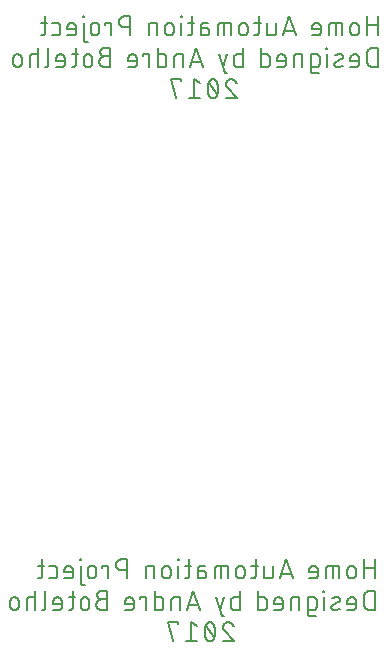
<source format=gbo>
G75*
%MOIN*%
%OFA0B0*%
%FSLAX25Y25*%
%IPPOS*%
%LPD*%
%AMOC8*
5,1,8,0,0,1.08239X$1,22.5*
%
%ADD10C,0.00600*%
D10*
X0057926Y0087300D02*
X0056148Y0093700D01*
X0059703Y0093700D01*
X0059703Y0092989D01*
X0062302Y0087300D02*
X0065857Y0087300D01*
X0064080Y0087300D02*
X0064080Y0093700D01*
X0065857Y0092278D01*
X0072011Y0090500D02*
X0072009Y0090359D01*
X0072003Y0090219D01*
X0071994Y0090078D01*
X0071981Y0089938D01*
X0071964Y0089798D01*
X0071944Y0089659D01*
X0071919Y0089521D01*
X0071891Y0089383D01*
X0071860Y0089246D01*
X0071824Y0089109D01*
X0071785Y0088974D01*
X0071743Y0088840D01*
X0071697Y0088707D01*
X0071647Y0088575D01*
X0071594Y0088445D01*
X0071538Y0088316D01*
X0071478Y0088189D01*
X0071656Y0088722D02*
X0068811Y0092278D01*
X0068989Y0092811D02*
X0069014Y0092877D01*
X0069042Y0092942D01*
X0069074Y0093006D01*
X0069109Y0093067D01*
X0069148Y0093127D01*
X0069189Y0093185D01*
X0069234Y0093240D01*
X0069282Y0093292D01*
X0069332Y0093342D01*
X0069385Y0093390D01*
X0069441Y0093434D01*
X0069498Y0093475D01*
X0069558Y0093513D01*
X0069620Y0093548D01*
X0069684Y0093579D01*
X0069749Y0093607D01*
X0069816Y0093632D01*
X0069883Y0093652D01*
X0069952Y0093669D01*
X0070022Y0093683D01*
X0070092Y0093692D01*
X0070163Y0093698D01*
X0070234Y0093700D01*
X0070305Y0093698D01*
X0070376Y0093692D01*
X0070446Y0093683D01*
X0070516Y0093669D01*
X0070585Y0093652D01*
X0070652Y0093632D01*
X0070719Y0093607D01*
X0070784Y0093579D01*
X0070848Y0093548D01*
X0070910Y0093513D01*
X0070970Y0093475D01*
X0071028Y0093434D01*
X0071083Y0093390D01*
X0071136Y0093342D01*
X0071186Y0093292D01*
X0071234Y0093240D01*
X0071279Y0093185D01*
X0071320Y0093127D01*
X0071359Y0093067D01*
X0071394Y0093006D01*
X0071426Y0092942D01*
X0071454Y0092877D01*
X0071479Y0092811D01*
X0068989Y0092811D02*
X0068929Y0092684D01*
X0068873Y0092555D01*
X0068820Y0092425D01*
X0068770Y0092293D01*
X0068724Y0092160D01*
X0068682Y0092026D01*
X0068643Y0091891D01*
X0068607Y0091754D01*
X0068576Y0091617D01*
X0068548Y0091479D01*
X0068523Y0091341D01*
X0068503Y0091202D01*
X0068486Y0091062D01*
X0068473Y0090922D01*
X0068464Y0090781D01*
X0068458Y0090641D01*
X0068456Y0090500D01*
X0072011Y0090500D02*
X0072009Y0090641D01*
X0072003Y0090781D01*
X0071994Y0090922D01*
X0071981Y0091062D01*
X0071964Y0091202D01*
X0071944Y0091341D01*
X0071919Y0091479D01*
X0071891Y0091617D01*
X0071860Y0091754D01*
X0071824Y0091891D01*
X0071785Y0092026D01*
X0071743Y0092160D01*
X0071697Y0092293D01*
X0071647Y0092425D01*
X0071594Y0092555D01*
X0071538Y0092684D01*
X0071478Y0092811D01*
X0068456Y0090500D02*
X0068458Y0090359D01*
X0068464Y0090219D01*
X0068473Y0090078D01*
X0068486Y0089938D01*
X0068503Y0089798D01*
X0068523Y0089659D01*
X0068548Y0089521D01*
X0068576Y0089383D01*
X0068607Y0089246D01*
X0068643Y0089109D01*
X0068682Y0088974D01*
X0068724Y0088840D01*
X0068770Y0088707D01*
X0068820Y0088575D01*
X0068873Y0088445D01*
X0068929Y0088316D01*
X0068989Y0088189D01*
X0069014Y0088123D01*
X0069042Y0088058D01*
X0069074Y0087994D01*
X0069109Y0087933D01*
X0069148Y0087873D01*
X0069189Y0087815D01*
X0069234Y0087760D01*
X0069282Y0087708D01*
X0069332Y0087658D01*
X0069385Y0087610D01*
X0069441Y0087566D01*
X0069498Y0087525D01*
X0069558Y0087487D01*
X0069620Y0087452D01*
X0069684Y0087421D01*
X0069749Y0087393D01*
X0069816Y0087368D01*
X0069883Y0087348D01*
X0069952Y0087331D01*
X0070022Y0087317D01*
X0070092Y0087308D01*
X0070163Y0087302D01*
X0070234Y0087300D01*
X0070305Y0087302D01*
X0070376Y0087308D01*
X0070446Y0087317D01*
X0070516Y0087331D01*
X0070585Y0087348D01*
X0070652Y0087368D01*
X0070719Y0087393D01*
X0070784Y0087421D01*
X0070848Y0087452D01*
X0070910Y0087487D01*
X0070970Y0087525D01*
X0071028Y0087566D01*
X0071083Y0087610D01*
X0071136Y0087658D01*
X0071186Y0087708D01*
X0071234Y0087760D01*
X0071279Y0087815D01*
X0071320Y0087873D01*
X0071359Y0087933D01*
X0071394Y0087994D01*
X0071426Y0088058D01*
X0071454Y0088123D01*
X0071479Y0088189D01*
X0074610Y0087300D02*
X0078165Y0087300D01*
X0075143Y0090856D01*
X0076210Y0093700D02*
X0076299Y0093698D01*
X0076388Y0093692D01*
X0076477Y0093683D01*
X0076565Y0093669D01*
X0076652Y0093652D01*
X0076739Y0093631D01*
X0076825Y0093606D01*
X0076909Y0093578D01*
X0076992Y0093545D01*
X0077074Y0093510D01*
X0077154Y0093470D01*
X0077232Y0093428D01*
X0077309Y0093382D01*
X0077383Y0093333D01*
X0077455Y0093280D01*
X0077525Y0093225D01*
X0077592Y0093166D01*
X0077657Y0093105D01*
X0077719Y0093041D01*
X0077778Y0092974D01*
X0077834Y0092905D01*
X0077887Y0092833D01*
X0077937Y0092759D01*
X0077984Y0092683D01*
X0078027Y0092606D01*
X0078067Y0092526D01*
X0078104Y0092444D01*
X0078137Y0092362D01*
X0078166Y0092277D01*
X0075142Y0090855D02*
X0075085Y0090913D01*
X0075029Y0090974D01*
X0074977Y0091037D01*
X0074928Y0091102D01*
X0074882Y0091170D01*
X0074840Y0091240D01*
X0074800Y0091312D01*
X0074765Y0091385D01*
X0074732Y0091461D01*
X0074704Y0091537D01*
X0074679Y0091615D01*
X0074658Y0091694D01*
X0074640Y0091774D01*
X0074627Y0091855D01*
X0074617Y0091936D01*
X0074611Y0092018D01*
X0074609Y0092100D01*
X0074610Y0092100D02*
X0074612Y0092179D01*
X0074618Y0092257D01*
X0074627Y0092335D01*
X0074641Y0092412D01*
X0074658Y0092489D01*
X0074679Y0092564D01*
X0074704Y0092639D01*
X0074732Y0092712D01*
X0074764Y0092784D01*
X0074799Y0092854D01*
X0074838Y0092923D01*
X0074880Y0092989D01*
X0074925Y0093053D01*
X0074973Y0093115D01*
X0075024Y0093174D01*
X0075079Y0093231D01*
X0075136Y0093286D01*
X0075195Y0093337D01*
X0075257Y0093385D01*
X0075321Y0093430D01*
X0075387Y0093472D01*
X0075456Y0093511D01*
X0075526Y0093546D01*
X0075598Y0093578D01*
X0075671Y0093606D01*
X0075746Y0093631D01*
X0075821Y0093652D01*
X0075898Y0093669D01*
X0075975Y0093683D01*
X0076053Y0093692D01*
X0076131Y0093698D01*
X0076210Y0093700D01*
X0074993Y0095667D02*
X0074281Y0095667D01*
X0072148Y0102067D01*
X0074993Y0102067D02*
X0073570Y0097800D01*
X0077248Y0098867D02*
X0077248Y0101000D01*
X0077247Y0101000D02*
X0077249Y0101064D01*
X0077255Y0101129D01*
X0077264Y0101192D01*
X0077278Y0101255D01*
X0077295Y0101317D01*
X0077316Y0101378D01*
X0077341Y0101438D01*
X0077369Y0101496D01*
X0077401Y0101552D01*
X0077436Y0101606D01*
X0077474Y0101658D01*
X0077515Y0101708D01*
X0077560Y0101754D01*
X0077606Y0101799D01*
X0077656Y0101840D01*
X0077708Y0101878D01*
X0077762Y0101913D01*
X0077818Y0101945D01*
X0077876Y0101973D01*
X0077936Y0101998D01*
X0077997Y0102019D01*
X0078059Y0102036D01*
X0078122Y0102050D01*
X0078185Y0102059D01*
X0078250Y0102065D01*
X0078314Y0102067D01*
X0080092Y0102067D01*
X0080092Y0104200D02*
X0080092Y0097800D01*
X0078314Y0097800D01*
X0078250Y0097802D01*
X0078185Y0097808D01*
X0078122Y0097817D01*
X0078059Y0097831D01*
X0077997Y0097848D01*
X0077936Y0097869D01*
X0077876Y0097894D01*
X0077818Y0097922D01*
X0077762Y0097954D01*
X0077708Y0097989D01*
X0077656Y0098027D01*
X0077606Y0098068D01*
X0077560Y0098113D01*
X0077515Y0098159D01*
X0077474Y0098209D01*
X0077436Y0098261D01*
X0077401Y0098315D01*
X0077369Y0098371D01*
X0077341Y0098429D01*
X0077316Y0098489D01*
X0077295Y0098550D01*
X0077278Y0098612D01*
X0077264Y0098675D01*
X0077255Y0098738D01*
X0077249Y0098803D01*
X0077247Y0098867D01*
X0076114Y0108300D02*
X0076114Y0112567D01*
X0072914Y0112567D01*
X0073981Y0112567D02*
X0073981Y0108300D01*
X0071847Y0108300D02*
X0071847Y0111500D01*
X0071849Y0111564D01*
X0071855Y0111629D01*
X0071864Y0111692D01*
X0071878Y0111755D01*
X0071895Y0111817D01*
X0071916Y0111878D01*
X0071941Y0111938D01*
X0071969Y0111996D01*
X0072001Y0112052D01*
X0072036Y0112106D01*
X0072074Y0112158D01*
X0072115Y0112208D01*
X0072160Y0112254D01*
X0072206Y0112299D01*
X0072256Y0112340D01*
X0072308Y0112378D01*
X0072362Y0112413D01*
X0072418Y0112445D01*
X0072476Y0112473D01*
X0072536Y0112498D01*
X0072597Y0112519D01*
X0072659Y0112536D01*
X0072722Y0112550D01*
X0072785Y0112559D01*
X0072850Y0112565D01*
X0072914Y0112567D01*
X0068717Y0112567D02*
X0067295Y0112567D01*
X0067231Y0112565D01*
X0067166Y0112559D01*
X0067103Y0112550D01*
X0067040Y0112536D01*
X0066978Y0112519D01*
X0066917Y0112498D01*
X0066857Y0112473D01*
X0066799Y0112445D01*
X0066743Y0112413D01*
X0066689Y0112378D01*
X0066637Y0112340D01*
X0066587Y0112299D01*
X0066541Y0112254D01*
X0066496Y0112208D01*
X0066455Y0112158D01*
X0066417Y0112106D01*
X0066382Y0112052D01*
X0066350Y0111996D01*
X0066322Y0111938D01*
X0066297Y0111878D01*
X0066276Y0111817D01*
X0066259Y0111755D01*
X0066245Y0111692D01*
X0066236Y0111629D01*
X0066230Y0111564D01*
X0066228Y0111500D01*
X0066228Y0108300D01*
X0067828Y0108300D01*
X0067898Y0108302D01*
X0067967Y0108308D01*
X0068036Y0108318D01*
X0068105Y0108331D01*
X0068172Y0108349D01*
X0068239Y0108370D01*
X0068304Y0108395D01*
X0068368Y0108423D01*
X0068430Y0108455D01*
X0068490Y0108491D01*
X0068548Y0108529D01*
X0068604Y0108571D01*
X0068657Y0108616D01*
X0068708Y0108664D01*
X0068756Y0108715D01*
X0068801Y0108768D01*
X0068843Y0108824D01*
X0068881Y0108882D01*
X0068917Y0108942D01*
X0068949Y0109004D01*
X0068977Y0109068D01*
X0069002Y0109133D01*
X0069023Y0109200D01*
X0069041Y0109267D01*
X0069054Y0109336D01*
X0069064Y0109405D01*
X0069070Y0109474D01*
X0069072Y0109544D01*
X0069070Y0109614D01*
X0069064Y0109683D01*
X0069054Y0109752D01*
X0069041Y0109821D01*
X0069023Y0109888D01*
X0069002Y0109955D01*
X0068977Y0110020D01*
X0068949Y0110084D01*
X0068917Y0110146D01*
X0068881Y0110206D01*
X0068843Y0110264D01*
X0068801Y0110320D01*
X0068756Y0110373D01*
X0068708Y0110424D01*
X0068657Y0110472D01*
X0068604Y0110517D01*
X0068548Y0110559D01*
X0068490Y0110597D01*
X0068430Y0110633D01*
X0068368Y0110665D01*
X0068304Y0110693D01*
X0068239Y0110718D01*
X0068172Y0110739D01*
X0068105Y0110757D01*
X0068036Y0110770D01*
X0067967Y0110780D01*
X0067898Y0110786D01*
X0067828Y0110788D01*
X0067828Y0110789D02*
X0066228Y0110789D01*
X0064016Y0112567D02*
X0061882Y0112567D01*
X0059621Y0112567D02*
X0059621Y0108300D01*
X0061882Y0108300D02*
X0062238Y0108300D01*
X0062302Y0108302D01*
X0062367Y0108308D01*
X0062430Y0108317D01*
X0062493Y0108331D01*
X0062555Y0108348D01*
X0062616Y0108369D01*
X0062676Y0108394D01*
X0062734Y0108422D01*
X0062790Y0108454D01*
X0062844Y0108489D01*
X0062896Y0108527D01*
X0062946Y0108568D01*
X0062992Y0108613D01*
X0063037Y0108659D01*
X0063078Y0108709D01*
X0063116Y0108761D01*
X0063151Y0108815D01*
X0063183Y0108871D01*
X0063211Y0108929D01*
X0063236Y0108989D01*
X0063257Y0109050D01*
X0063274Y0109112D01*
X0063288Y0109175D01*
X0063297Y0109238D01*
X0063303Y0109303D01*
X0063305Y0109367D01*
X0063305Y0114700D01*
X0059799Y0114700D02*
X0059443Y0114700D01*
X0059443Y0114344D01*
X0059799Y0114344D01*
X0059799Y0114700D01*
X0057146Y0111144D02*
X0057146Y0109722D01*
X0057144Y0109648D01*
X0057138Y0109573D01*
X0057128Y0109500D01*
X0057115Y0109426D01*
X0057098Y0109354D01*
X0057076Y0109283D01*
X0057052Y0109212D01*
X0057023Y0109144D01*
X0056991Y0109076D01*
X0056955Y0109011D01*
X0056917Y0108948D01*
X0056874Y0108886D01*
X0056829Y0108827D01*
X0056781Y0108770D01*
X0056730Y0108716D01*
X0056676Y0108665D01*
X0056619Y0108617D01*
X0056560Y0108572D01*
X0056498Y0108529D01*
X0056435Y0108491D01*
X0056370Y0108455D01*
X0056302Y0108423D01*
X0056234Y0108394D01*
X0056163Y0108370D01*
X0056092Y0108348D01*
X0056020Y0108331D01*
X0055946Y0108318D01*
X0055873Y0108308D01*
X0055798Y0108302D01*
X0055724Y0108300D01*
X0055650Y0108302D01*
X0055575Y0108308D01*
X0055502Y0108318D01*
X0055428Y0108331D01*
X0055356Y0108348D01*
X0055285Y0108370D01*
X0055214Y0108394D01*
X0055146Y0108423D01*
X0055078Y0108455D01*
X0055013Y0108491D01*
X0054950Y0108529D01*
X0054888Y0108572D01*
X0054829Y0108617D01*
X0054772Y0108665D01*
X0054718Y0108716D01*
X0054667Y0108770D01*
X0054619Y0108827D01*
X0054574Y0108886D01*
X0054531Y0108948D01*
X0054493Y0109011D01*
X0054457Y0109076D01*
X0054425Y0109144D01*
X0054396Y0109212D01*
X0054372Y0109283D01*
X0054350Y0109354D01*
X0054333Y0109426D01*
X0054320Y0109500D01*
X0054310Y0109573D01*
X0054304Y0109648D01*
X0054302Y0109722D01*
X0054301Y0109722D02*
X0054301Y0111144D01*
X0054302Y0111144D02*
X0054304Y0111218D01*
X0054310Y0111293D01*
X0054320Y0111366D01*
X0054333Y0111440D01*
X0054350Y0111512D01*
X0054372Y0111583D01*
X0054396Y0111654D01*
X0054425Y0111722D01*
X0054457Y0111790D01*
X0054493Y0111855D01*
X0054531Y0111918D01*
X0054574Y0111980D01*
X0054619Y0112039D01*
X0054667Y0112096D01*
X0054718Y0112150D01*
X0054772Y0112201D01*
X0054829Y0112249D01*
X0054888Y0112294D01*
X0054950Y0112337D01*
X0055013Y0112375D01*
X0055078Y0112411D01*
X0055146Y0112443D01*
X0055214Y0112472D01*
X0055285Y0112496D01*
X0055356Y0112518D01*
X0055428Y0112535D01*
X0055502Y0112548D01*
X0055575Y0112558D01*
X0055650Y0112564D01*
X0055724Y0112566D01*
X0055798Y0112564D01*
X0055873Y0112558D01*
X0055946Y0112548D01*
X0056020Y0112535D01*
X0056092Y0112518D01*
X0056163Y0112496D01*
X0056234Y0112472D01*
X0056302Y0112443D01*
X0056370Y0112411D01*
X0056435Y0112375D01*
X0056498Y0112337D01*
X0056560Y0112294D01*
X0056619Y0112249D01*
X0056676Y0112201D01*
X0056730Y0112150D01*
X0056781Y0112096D01*
X0056829Y0112039D01*
X0056874Y0111980D01*
X0056917Y0111918D01*
X0056955Y0111855D01*
X0056991Y0111790D01*
X0057023Y0111722D01*
X0057052Y0111654D01*
X0057076Y0111583D01*
X0057098Y0111512D01*
X0057115Y0111440D01*
X0057128Y0111366D01*
X0057138Y0111293D01*
X0057144Y0111218D01*
X0057146Y0111144D01*
X0051607Y0112567D02*
X0051607Y0108300D01*
X0048763Y0108300D02*
X0048763Y0111500D01*
X0048762Y0111500D02*
X0048764Y0111564D01*
X0048770Y0111629D01*
X0048779Y0111692D01*
X0048793Y0111755D01*
X0048810Y0111817D01*
X0048831Y0111878D01*
X0048856Y0111938D01*
X0048884Y0111996D01*
X0048916Y0112052D01*
X0048951Y0112106D01*
X0048989Y0112158D01*
X0049030Y0112208D01*
X0049075Y0112254D01*
X0049121Y0112299D01*
X0049171Y0112340D01*
X0049223Y0112378D01*
X0049277Y0112413D01*
X0049333Y0112445D01*
X0049391Y0112473D01*
X0049451Y0112498D01*
X0049512Y0112519D01*
X0049574Y0112536D01*
X0049637Y0112550D01*
X0049700Y0112559D01*
X0049765Y0112565D01*
X0049829Y0112567D01*
X0051607Y0112567D01*
X0051869Y0104200D02*
X0051869Y0097800D01*
X0053646Y0097800D01*
X0053710Y0097802D01*
X0053775Y0097808D01*
X0053838Y0097817D01*
X0053901Y0097831D01*
X0053963Y0097848D01*
X0054024Y0097869D01*
X0054084Y0097894D01*
X0054142Y0097922D01*
X0054198Y0097954D01*
X0054252Y0097989D01*
X0054304Y0098027D01*
X0054354Y0098068D01*
X0054400Y0098113D01*
X0054445Y0098159D01*
X0054486Y0098209D01*
X0054524Y0098261D01*
X0054559Y0098315D01*
X0054591Y0098371D01*
X0054619Y0098429D01*
X0054644Y0098489D01*
X0054665Y0098550D01*
X0054682Y0098612D01*
X0054696Y0098675D01*
X0054705Y0098738D01*
X0054711Y0098803D01*
X0054713Y0098867D01*
X0054713Y0101000D01*
X0054711Y0101064D01*
X0054705Y0101129D01*
X0054696Y0101192D01*
X0054682Y0101255D01*
X0054665Y0101317D01*
X0054644Y0101378D01*
X0054619Y0101438D01*
X0054591Y0101496D01*
X0054559Y0101552D01*
X0054524Y0101606D01*
X0054486Y0101658D01*
X0054445Y0101708D01*
X0054400Y0101754D01*
X0054354Y0101799D01*
X0054304Y0101840D01*
X0054252Y0101878D01*
X0054198Y0101913D01*
X0054142Y0101945D01*
X0054084Y0101973D01*
X0054024Y0101998D01*
X0053963Y0102019D01*
X0053901Y0102036D01*
X0053838Y0102050D01*
X0053775Y0102059D01*
X0053710Y0102065D01*
X0053646Y0102067D01*
X0051869Y0102067D01*
X0048907Y0102067D02*
X0048907Y0097800D01*
X0046774Y0101356D02*
X0046774Y0102067D01*
X0048907Y0102067D01*
X0044838Y0100644D02*
X0044838Y0098867D01*
X0044838Y0099933D02*
X0041993Y0099933D01*
X0041993Y0100644D01*
X0041994Y0100644D02*
X0041996Y0100718D01*
X0042002Y0100793D01*
X0042012Y0100866D01*
X0042025Y0100940D01*
X0042042Y0101012D01*
X0042064Y0101083D01*
X0042088Y0101154D01*
X0042117Y0101222D01*
X0042149Y0101290D01*
X0042185Y0101355D01*
X0042223Y0101418D01*
X0042266Y0101480D01*
X0042311Y0101539D01*
X0042359Y0101596D01*
X0042410Y0101650D01*
X0042464Y0101701D01*
X0042521Y0101749D01*
X0042580Y0101794D01*
X0042642Y0101837D01*
X0042705Y0101875D01*
X0042770Y0101911D01*
X0042838Y0101943D01*
X0042906Y0101972D01*
X0042977Y0101996D01*
X0043048Y0102018D01*
X0043120Y0102035D01*
X0043194Y0102048D01*
X0043267Y0102058D01*
X0043342Y0102064D01*
X0043416Y0102066D01*
X0043490Y0102064D01*
X0043565Y0102058D01*
X0043638Y0102048D01*
X0043712Y0102035D01*
X0043784Y0102018D01*
X0043855Y0101996D01*
X0043926Y0101972D01*
X0043994Y0101943D01*
X0044062Y0101911D01*
X0044127Y0101875D01*
X0044190Y0101837D01*
X0044252Y0101794D01*
X0044311Y0101749D01*
X0044368Y0101701D01*
X0044422Y0101650D01*
X0044473Y0101596D01*
X0044521Y0101539D01*
X0044566Y0101480D01*
X0044609Y0101418D01*
X0044647Y0101355D01*
X0044683Y0101290D01*
X0044715Y0101222D01*
X0044744Y0101154D01*
X0044768Y0101083D01*
X0044790Y0101012D01*
X0044807Y0100940D01*
X0044820Y0100866D01*
X0044830Y0100793D01*
X0044836Y0100718D01*
X0044838Y0100644D01*
X0044838Y0098867D02*
X0044836Y0098803D01*
X0044830Y0098738D01*
X0044821Y0098675D01*
X0044807Y0098612D01*
X0044790Y0098550D01*
X0044769Y0098489D01*
X0044744Y0098429D01*
X0044716Y0098371D01*
X0044684Y0098315D01*
X0044649Y0098261D01*
X0044611Y0098209D01*
X0044570Y0098159D01*
X0044525Y0098113D01*
X0044479Y0098068D01*
X0044429Y0098027D01*
X0044377Y0097989D01*
X0044323Y0097954D01*
X0044267Y0097922D01*
X0044209Y0097894D01*
X0044149Y0097869D01*
X0044088Y0097848D01*
X0044026Y0097831D01*
X0043963Y0097817D01*
X0043900Y0097808D01*
X0043835Y0097802D01*
X0043771Y0097800D01*
X0041993Y0097800D01*
X0035879Y0097800D02*
X0035879Y0104200D01*
X0034102Y0104200D01*
X0034028Y0104198D01*
X0033953Y0104192D01*
X0033880Y0104182D01*
X0033806Y0104169D01*
X0033734Y0104152D01*
X0033663Y0104130D01*
X0033592Y0104106D01*
X0033524Y0104077D01*
X0033456Y0104045D01*
X0033391Y0104009D01*
X0033328Y0103971D01*
X0033266Y0103928D01*
X0033207Y0103883D01*
X0033150Y0103835D01*
X0033096Y0103784D01*
X0033045Y0103730D01*
X0032997Y0103673D01*
X0032952Y0103614D01*
X0032909Y0103552D01*
X0032871Y0103489D01*
X0032835Y0103424D01*
X0032803Y0103356D01*
X0032774Y0103288D01*
X0032750Y0103217D01*
X0032728Y0103146D01*
X0032711Y0103074D01*
X0032698Y0103000D01*
X0032688Y0102927D01*
X0032682Y0102852D01*
X0032680Y0102778D01*
X0032682Y0102704D01*
X0032688Y0102629D01*
X0032698Y0102556D01*
X0032711Y0102482D01*
X0032728Y0102410D01*
X0032750Y0102339D01*
X0032774Y0102268D01*
X0032803Y0102200D01*
X0032835Y0102132D01*
X0032871Y0102067D01*
X0032909Y0102004D01*
X0032952Y0101942D01*
X0032997Y0101883D01*
X0033045Y0101826D01*
X0033096Y0101772D01*
X0033150Y0101721D01*
X0033207Y0101673D01*
X0033266Y0101628D01*
X0033328Y0101585D01*
X0033391Y0101547D01*
X0033456Y0101511D01*
X0033524Y0101479D01*
X0033592Y0101450D01*
X0033663Y0101426D01*
X0033734Y0101404D01*
X0033806Y0101387D01*
X0033880Y0101374D01*
X0033953Y0101364D01*
X0034028Y0101358D01*
X0034102Y0101356D01*
X0035879Y0101356D01*
X0034102Y0101356D02*
X0034019Y0101354D01*
X0033936Y0101348D01*
X0033853Y0101338D01*
X0033770Y0101325D01*
X0033689Y0101307D01*
X0033608Y0101286D01*
X0033529Y0101261D01*
X0033451Y0101232D01*
X0033374Y0101200D01*
X0033299Y0101164D01*
X0033225Y0101125D01*
X0033154Y0101082D01*
X0033084Y0101036D01*
X0033017Y0100986D01*
X0032952Y0100934D01*
X0032890Y0100879D01*
X0032830Y0100820D01*
X0032773Y0100759D01*
X0032719Y0100696D01*
X0032668Y0100630D01*
X0032621Y0100561D01*
X0032576Y0100491D01*
X0032535Y0100418D01*
X0032498Y0100344D01*
X0032463Y0100268D01*
X0032433Y0100190D01*
X0032406Y0100112D01*
X0032383Y0100031D01*
X0032363Y0099950D01*
X0032348Y0099868D01*
X0032336Y0099786D01*
X0032328Y0099703D01*
X0032324Y0099620D01*
X0032324Y0099536D01*
X0032328Y0099453D01*
X0032336Y0099370D01*
X0032348Y0099288D01*
X0032363Y0099206D01*
X0032383Y0099125D01*
X0032406Y0099044D01*
X0032433Y0098966D01*
X0032463Y0098888D01*
X0032498Y0098812D01*
X0032535Y0098738D01*
X0032576Y0098665D01*
X0032621Y0098595D01*
X0032668Y0098526D01*
X0032719Y0098460D01*
X0032773Y0098397D01*
X0032830Y0098336D01*
X0032890Y0098277D01*
X0032952Y0098222D01*
X0033017Y0098170D01*
X0033084Y0098120D01*
X0033154Y0098074D01*
X0033225Y0098031D01*
X0033299Y0097992D01*
X0033374Y0097956D01*
X0033451Y0097924D01*
X0033529Y0097895D01*
X0033608Y0097870D01*
X0033689Y0097849D01*
X0033770Y0097831D01*
X0033853Y0097818D01*
X0033936Y0097808D01*
X0034019Y0097802D01*
X0034102Y0097800D01*
X0035879Y0097800D01*
X0030068Y0099222D02*
X0030068Y0100644D01*
X0030066Y0100718D01*
X0030060Y0100793D01*
X0030050Y0100866D01*
X0030037Y0100940D01*
X0030020Y0101012D01*
X0029998Y0101083D01*
X0029974Y0101154D01*
X0029945Y0101222D01*
X0029913Y0101290D01*
X0029877Y0101355D01*
X0029839Y0101418D01*
X0029796Y0101480D01*
X0029751Y0101539D01*
X0029703Y0101596D01*
X0029652Y0101650D01*
X0029598Y0101701D01*
X0029541Y0101749D01*
X0029482Y0101794D01*
X0029420Y0101837D01*
X0029357Y0101875D01*
X0029292Y0101911D01*
X0029224Y0101943D01*
X0029156Y0101972D01*
X0029085Y0101996D01*
X0029014Y0102018D01*
X0028942Y0102035D01*
X0028868Y0102048D01*
X0028795Y0102058D01*
X0028720Y0102064D01*
X0028646Y0102066D01*
X0028572Y0102064D01*
X0028497Y0102058D01*
X0028424Y0102048D01*
X0028350Y0102035D01*
X0028278Y0102018D01*
X0028207Y0101996D01*
X0028136Y0101972D01*
X0028068Y0101943D01*
X0028000Y0101911D01*
X0027935Y0101875D01*
X0027872Y0101837D01*
X0027810Y0101794D01*
X0027751Y0101749D01*
X0027694Y0101701D01*
X0027640Y0101650D01*
X0027589Y0101596D01*
X0027541Y0101539D01*
X0027496Y0101480D01*
X0027453Y0101418D01*
X0027415Y0101355D01*
X0027379Y0101290D01*
X0027347Y0101222D01*
X0027318Y0101154D01*
X0027294Y0101083D01*
X0027272Y0101012D01*
X0027255Y0100940D01*
X0027242Y0100866D01*
X0027232Y0100793D01*
X0027226Y0100718D01*
X0027224Y0100644D01*
X0027224Y0099222D01*
X0027226Y0099148D01*
X0027232Y0099073D01*
X0027242Y0099000D01*
X0027255Y0098926D01*
X0027272Y0098854D01*
X0027294Y0098783D01*
X0027318Y0098712D01*
X0027347Y0098644D01*
X0027379Y0098576D01*
X0027415Y0098511D01*
X0027453Y0098448D01*
X0027496Y0098386D01*
X0027541Y0098327D01*
X0027589Y0098270D01*
X0027640Y0098216D01*
X0027694Y0098165D01*
X0027751Y0098117D01*
X0027810Y0098072D01*
X0027872Y0098029D01*
X0027935Y0097991D01*
X0028000Y0097955D01*
X0028068Y0097923D01*
X0028136Y0097894D01*
X0028207Y0097870D01*
X0028278Y0097848D01*
X0028350Y0097831D01*
X0028424Y0097818D01*
X0028497Y0097808D01*
X0028572Y0097802D01*
X0028646Y0097800D01*
X0028720Y0097802D01*
X0028795Y0097808D01*
X0028868Y0097818D01*
X0028942Y0097831D01*
X0029014Y0097848D01*
X0029085Y0097870D01*
X0029156Y0097894D01*
X0029224Y0097923D01*
X0029292Y0097955D01*
X0029357Y0097991D01*
X0029420Y0098029D01*
X0029482Y0098072D01*
X0029541Y0098117D01*
X0029598Y0098165D01*
X0029652Y0098216D01*
X0029703Y0098270D01*
X0029751Y0098327D01*
X0029796Y0098386D01*
X0029839Y0098448D01*
X0029877Y0098511D01*
X0029913Y0098576D01*
X0029945Y0098644D01*
X0029974Y0098712D01*
X0029998Y0098783D01*
X0030020Y0098854D01*
X0030037Y0098926D01*
X0030050Y0099000D01*
X0030060Y0099073D01*
X0030066Y0099148D01*
X0030068Y0099222D01*
X0025245Y0102067D02*
X0023112Y0102067D01*
X0024534Y0104200D02*
X0024534Y0098867D01*
X0024535Y0098867D02*
X0024533Y0098803D01*
X0024527Y0098738D01*
X0024518Y0098675D01*
X0024504Y0098612D01*
X0024487Y0098550D01*
X0024466Y0098489D01*
X0024441Y0098429D01*
X0024413Y0098371D01*
X0024381Y0098315D01*
X0024346Y0098261D01*
X0024308Y0098209D01*
X0024267Y0098159D01*
X0024222Y0098113D01*
X0024176Y0098068D01*
X0024126Y0098027D01*
X0024074Y0097989D01*
X0024020Y0097954D01*
X0023964Y0097922D01*
X0023906Y0097894D01*
X0023846Y0097869D01*
X0023785Y0097848D01*
X0023723Y0097831D01*
X0023660Y0097817D01*
X0023597Y0097808D01*
X0023532Y0097802D01*
X0023468Y0097800D01*
X0023112Y0097800D01*
X0020837Y0098867D02*
X0020837Y0100644D01*
X0020837Y0099933D02*
X0017993Y0099933D01*
X0017993Y0100644D01*
X0017995Y0100718D01*
X0018001Y0100793D01*
X0018011Y0100866D01*
X0018024Y0100940D01*
X0018041Y0101012D01*
X0018063Y0101083D01*
X0018087Y0101154D01*
X0018116Y0101222D01*
X0018148Y0101290D01*
X0018184Y0101355D01*
X0018222Y0101418D01*
X0018265Y0101480D01*
X0018310Y0101539D01*
X0018358Y0101596D01*
X0018409Y0101650D01*
X0018463Y0101701D01*
X0018520Y0101749D01*
X0018579Y0101794D01*
X0018641Y0101837D01*
X0018704Y0101875D01*
X0018769Y0101911D01*
X0018837Y0101943D01*
X0018905Y0101972D01*
X0018976Y0101996D01*
X0019047Y0102018D01*
X0019119Y0102035D01*
X0019193Y0102048D01*
X0019266Y0102058D01*
X0019341Y0102064D01*
X0019415Y0102066D01*
X0019489Y0102064D01*
X0019564Y0102058D01*
X0019637Y0102048D01*
X0019711Y0102035D01*
X0019783Y0102018D01*
X0019854Y0101996D01*
X0019925Y0101972D01*
X0019993Y0101943D01*
X0020061Y0101911D01*
X0020126Y0101875D01*
X0020189Y0101837D01*
X0020251Y0101794D01*
X0020310Y0101749D01*
X0020367Y0101701D01*
X0020421Y0101650D01*
X0020472Y0101596D01*
X0020520Y0101539D01*
X0020565Y0101480D01*
X0020608Y0101418D01*
X0020646Y0101355D01*
X0020682Y0101290D01*
X0020714Y0101222D01*
X0020743Y0101154D01*
X0020767Y0101083D01*
X0020789Y0101012D01*
X0020806Y0100940D01*
X0020819Y0100866D01*
X0020829Y0100793D01*
X0020835Y0100718D01*
X0020837Y0100644D01*
X0020837Y0098867D02*
X0020835Y0098803D01*
X0020829Y0098738D01*
X0020820Y0098675D01*
X0020806Y0098612D01*
X0020789Y0098550D01*
X0020768Y0098489D01*
X0020743Y0098429D01*
X0020715Y0098371D01*
X0020683Y0098315D01*
X0020648Y0098261D01*
X0020610Y0098209D01*
X0020569Y0098159D01*
X0020524Y0098113D01*
X0020478Y0098068D01*
X0020428Y0098027D01*
X0020376Y0097989D01*
X0020322Y0097954D01*
X0020266Y0097922D01*
X0020208Y0097894D01*
X0020148Y0097869D01*
X0020087Y0097848D01*
X0020025Y0097831D01*
X0019962Y0097817D01*
X0019899Y0097808D01*
X0019834Y0097802D01*
X0019770Y0097800D01*
X0017993Y0097800D01*
X0015410Y0098867D02*
X0015410Y0104200D01*
X0016700Y0108300D02*
X0018122Y0108300D01*
X0018186Y0108302D01*
X0018251Y0108308D01*
X0018314Y0108317D01*
X0018377Y0108331D01*
X0018439Y0108348D01*
X0018500Y0108369D01*
X0018560Y0108394D01*
X0018618Y0108422D01*
X0018674Y0108454D01*
X0018728Y0108489D01*
X0018780Y0108527D01*
X0018830Y0108568D01*
X0018876Y0108613D01*
X0018921Y0108659D01*
X0018962Y0108709D01*
X0019000Y0108761D01*
X0019035Y0108815D01*
X0019067Y0108871D01*
X0019095Y0108929D01*
X0019120Y0108989D01*
X0019141Y0109050D01*
X0019158Y0109112D01*
X0019172Y0109175D01*
X0019181Y0109238D01*
X0019187Y0109303D01*
X0019189Y0109367D01*
X0019189Y0111500D01*
X0019187Y0111564D01*
X0019181Y0111629D01*
X0019172Y0111692D01*
X0019158Y0111755D01*
X0019141Y0111817D01*
X0019120Y0111878D01*
X0019095Y0111938D01*
X0019067Y0111996D01*
X0019035Y0112052D01*
X0019000Y0112106D01*
X0018962Y0112158D01*
X0018921Y0112208D01*
X0018876Y0112254D01*
X0018830Y0112299D01*
X0018780Y0112340D01*
X0018728Y0112378D01*
X0018674Y0112413D01*
X0018618Y0112445D01*
X0018560Y0112473D01*
X0018500Y0112498D01*
X0018439Y0112519D01*
X0018377Y0112536D01*
X0018314Y0112550D01*
X0018251Y0112559D01*
X0018186Y0112565D01*
X0018122Y0112567D01*
X0016700Y0112567D01*
X0014989Y0112567D02*
X0012855Y0112567D01*
X0014278Y0114700D02*
X0014278Y0109367D01*
X0014276Y0109303D01*
X0014270Y0109238D01*
X0014261Y0109175D01*
X0014247Y0109112D01*
X0014230Y0109050D01*
X0014209Y0108989D01*
X0014184Y0108929D01*
X0014156Y0108871D01*
X0014124Y0108815D01*
X0014089Y0108761D01*
X0014051Y0108709D01*
X0014010Y0108659D01*
X0013965Y0108613D01*
X0013919Y0108568D01*
X0013869Y0108527D01*
X0013817Y0108489D01*
X0013763Y0108454D01*
X0013707Y0108422D01*
X0013649Y0108394D01*
X0013589Y0108369D01*
X0013528Y0108348D01*
X0013466Y0108331D01*
X0013403Y0108317D01*
X0013340Y0108308D01*
X0013275Y0108302D01*
X0013211Y0108300D01*
X0012855Y0108300D01*
X0012016Y0104200D02*
X0012016Y0097800D01*
X0014344Y0097800D02*
X0014408Y0097802D01*
X0014473Y0097808D01*
X0014536Y0097817D01*
X0014599Y0097831D01*
X0014661Y0097848D01*
X0014722Y0097869D01*
X0014782Y0097894D01*
X0014840Y0097922D01*
X0014896Y0097954D01*
X0014950Y0097989D01*
X0015002Y0098027D01*
X0015052Y0098068D01*
X0015098Y0098113D01*
X0015143Y0098159D01*
X0015184Y0098209D01*
X0015222Y0098261D01*
X0015257Y0098315D01*
X0015289Y0098371D01*
X0015317Y0098429D01*
X0015342Y0098489D01*
X0015363Y0098550D01*
X0015380Y0098612D01*
X0015394Y0098675D01*
X0015403Y0098738D01*
X0015409Y0098803D01*
X0015411Y0098867D01*
X0012016Y0102067D02*
X0010239Y0102067D01*
X0010175Y0102065D01*
X0010110Y0102059D01*
X0010047Y0102050D01*
X0009984Y0102036D01*
X0009922Y0102019D01*
X0009861Y0101998D01*
X0009801Y0101973D01*
X0009743Y0101945D01*
X0009687Y0101913D01*
X0009633Y0101878D01*
X0009581Y0101840D01*
X0009531Y0101799D01*
X0009485Y0101754D01*
X0009440Y0101708D01*
X0009399Y0101658D01*
X0009361Y0101606D01*
X0009326Y0101552D01*
X0009294Y0101496D01*
X0009266Y0101438D01*
X0009241Y0101378D01*
X0009220Y0101317D01*
X0009203Y0101255D01*
X0009189Y0101192D01*
X0009180Y0101129D01*
X0009174Y0101064D01*
X0009172Y0101000D01*
X0009172Y0097800D01*
X0006478Y0099222D02*
X0006478Y0100644D01*
X0006476Y0100718D01*
X0006470Y0100793D01*
X0006460Y0100866D01*
X0006447Y0100940D01*
X0006430Y0101012D01*
X0006408Y0101083D01*
X0006384Y0101154D01*
X0006355Y0101222D01*
X0006323Y0101290D01*
X0006287Y0101355D01*
X0006249Y0101418D01*
X0006206Y0101480D01*
X0006161Y0101539D01*
X0006113Y0101596D01*
X0006062Y0101650D01*
X0006008Y0101701D01*
X0005951Y0101749D01*
X0005892Y0101794D01*
X0005830Y0101837D01*
X0005767Y0101875D01*
X0005702Y0101911D01*
X0005634Y0101943D01*
X0005566Y0101972D01*
X0005495Y0101996D01*
X0005424Y0102018D01*
X0005352Y0102035D01*
X0005278Y0102048D01*
X0005205Y0102058D01*
X0005130Y0102064D01*
X0005056Y0102066D01*
X0004982Y0102064D01*
X0004907Y0102058D01*
X0004834Y0102048D01*
X0004760Y0102035D01*
X0004688Y0102018D01*
X0004617Y0101996D01*
X0004546Y0101972D01*
X0004478Y0101943D01*
X0004410Y0101911D01*
X0004345Y0101875D01*
X0004282Y0101837D01*
X0004220Y0101794D01*
X0004161Y0101749D01*
X0004104Y0101701D01*
X0004050Y0101650D01*
X0003999Y0101596D01*
X0003951Y0101539D01*
X0003906Y0101480D01*
X0003863Y0101418D01*
X0003825Y0101355D01*
X0003789Y0101290D01*
X0003757Y0101222D01*
X0003728Y0101154D01*
X0003704Y0101083D01*
X0003682Y0101012D01*
X0003665Y0100940D01*
X0003652Y0100866D01*
X0003642Y0100793D01*
X0003636Y0100718D01*
X0003634Y0100644D01*
X0003633Y0100644D02*
X0003633Y0099222D01*
X0003634Y0099222D02*
X0003636Y0099148D01*
X0003642Y0099073D01*
X0003652Y0099000D01*
X0003665Y0098926D01*
X0003682Y0098854D01*
X0003704Y0098783D01*
X0003728Y0098712D01*
X0003757Y0098644D01*
X0003789Y0098576D01*
X0003825Y0098511D01*
X0003863Y0098448D01*
X0003906Y0098386D01*
X0003951Y0098327D01*
X0003999Y0098270D01*
X0004050Y0098216D01*
X0004104Y0098165D01*
X0004161Y0098117D01*
X0004220Y0098072D01*
X0004282Y0098029D01*
X0004345Y0097991D01*
X0004410Y0097955D01*
X0004478Y0097923D01*
X0004546Y0097894D01*
X0004617Y0097870D01*
X0004688Y0097848D01*
X0004760Y0097831D01*
X0004834Y0097818D01*
X0004907Y0097808D01*
X0004982Y0097802D01*
X0005056Y0097800D01*
X0005130Y0097802D01*
X0005205Y0097808D01*
X0005278Y0097818D01*
X0005352Y0097831D01*
X0005424Y0097848D01*
X0005495Y0097870D01*
X0005566Y0097894D01*
X0005634Y0097923D01*
X0005702Y0097955D01*
X0005767Y0097991D01*
X0005830Y0098029D01*
X0005892Y0098072D01*
X0005951Y0098117D01*
X0006008Y0098165D01*
X0006062Y0098216D01*
X0006113Y0098270D01*
X0006161Y0098327D01*
X0006206Y0098386D01*
X0006249Y0098448D01*
X0006287Y0098511D01*
X0006323Y0098576D01*
X0006355Y0098644D01*
X0006384Y0098712D01*
X0006408Y0098783D01*
X0006430Y0098854D01*
X0006447Y0098926D01*
X0006460Y0099000D01*
X0006470Y0099073D01*
X0006476Y0099148D01*
X0006478Y0099222D01*
X0021685Y0108300D02*
X0023463Y0108300D01*
X0023527Y0108302D01*
X0023592Y0108308D01*
X0023655Y0108317D01*
X0023718Y0108331D01*
X0023780Y0108348D01*
X0023841Y0108369D01*
X0023901Y0108394D01*
X0023959Y0108422D01*
X0024015Y0108454D01*
X0024069Y0108489D01*
X0024121Y0108527D01*
X0024171Y0108568D01*
X0024217Y0108613D01*
X0024262Y0108659D01*
X0024303Y0108709D01*
X0024341Y0108761D01*
X0024376Y0108815D01*
X0024408Y0108871D01*
X0024436Y0108929D01*
X0024461Y0108989D01*
X0024482Y0109050D01*
X0024499Y0109112D01*
X0024513Y0109175D01*
X0024522Y0109238D01*
X0024528Y0109303D01*
X0024530Y0109367D01*
X0024530Y0111144D01*
X0024530Y0110433D02*
X0021685Y0110433D01*
X0021685Y0111144D01*
X0021687Y0111218D01*
X0021693Y0111293D01*
X0021703Y0111366D01*
X0021716Y0111440D01*
X0021733Y0111512D01*
X0021755Y0111583D01*
X0021779Y0111654D01*
X0021808Y0111722D01*
X0021840Y0111790D01*
X0021876Y0111855D01*
X0021914Y0111918D01*
X0021957Y0111980D01*
X0022002Y0112039D01*
X0022050Y0112096D01*
X0022101Y0112150D01*
X0022155Y0112201D01*
X0022212Y0112249D01*
X0022271Y0112294D01*
X0022333Y0112337D01*
X0022396Y0112375D01*
X0022461Y0112411D01*
X0022529Y0112443D01*
X0022597Y0112472D01*
X0022668Y0112496D01*
X0022739Y0112518D01*
X0022811Y0112535D01*
X0022885Y0112548D01*
X0022958Y0112558D01*
X0023033Y0112564D01*
X0023107Y0112566D01*
X0023181Y0112564D01*
X0023256Y0112558D01*
X0023329Y0112548D01*
X0023403Y0112535D01*
X0023475Y0112518D01*
X0023546Y0112496D01*
X0023617Y0112472D01*
X0023685Y0112443D01*
X0023753Y0112411D01*
X0023818Y0112375D01*
X0023881Y0112337D01*
X0023943Y0112294D01*
X0024002Y0112249D01*
X0024059Y0112201D01*
X0024113Y0112150D01*
X0024164Y0112096D01*
X0024212Y0112039D01*
X0024257Y0111980D01*
X0024300Y0111918D01*
X0024338Y0111855D01*
X0024374Y0111790D01*
X0024406Y0111722D01*
X0024435Y0111654D01*
X0024459Y0111583D01*
X0024481Y0111512D01*
X0024498Y0111440D01*
X0024511Y0111366D01*
X0024521Y0111293D01*
X0024527Y0111218D01*
X0024529Y0111144D01*
X0027101Y0112567D02*
X0027101Y0107233D01*
X0027100Y0107233D02*
X0027102Y0107169D01*
X0027108Y0107104D01*
X0027117Y0107041D01*
X0027131Y0106978D01*
X0027148Y0106916D01*
X0027169Y0106855D01*
X0027194Y0106795D01*
X0027222Y0106737D01*
X0027254Y0106681D01*
X0027289Y0106627D01*
X0027327Y0106575D01*
X0027368Y0106525D01*
X0027413Y0106479D01*
X0027459Y0106434D01*
X0027509Y0106393D01*
X0027561Y0106355D01*
X0027615Y0106320D01*
X0027671Y0106288D01*
X0027729Y0106260D01*
X0027789Y0106235D01*
X0027850Y0106214D01*
X0027912Y0106197D01*
X0027975Y0106183D01*
X0028038Y0106174D01*
X0028103Y0106168D01*
X0028167Y0106166D01*
X0028167Y0106167D02*
X0028523Y0106167D01*
X0029480Y0109722D02*
X0029480Y0111144D01*
X0029482Y0111218D01*
X0029488Y0111293D01*
X0029498Y0111366D01*
X0029511Y0111440D01*
X0029528Y0111512D01*
X0029550Y0111583D01*
X0029574Y0111654D01*
X0029603Y0111722D01*
X0029635Y0111790D01*
X0029671Y0111855D01*
X0029709Y0111918D01*
X0029752Y0111980D01*
X0029797Y0112039D01*
X0029845Y0112096D01*
X0029896Y0112150D01*
X0029950Y0112201D01*
X0030007Y0112249D01*
X0030066Y0112294D01*
X0030128Y0112337D01*
X0030191Y0112375D01*
X0030256Y0112411D01*
X0030324Y0112443D01*
X0030392Y0112472D01*
X0030463Y0112496D01*
X0030534Y0112518D01*
X0030606Y0112535D01*
X0030680Y0112548D01*
X0030753Y0112558D01*
X0030828Y0112564D01*
X0030902Y0112566D01*
X0030976Y0112564D01*
X0031051Y0112558D01*
X0031124Y0112548D01*
X0031198Y0112535D01*
X0031270Y0112518D01*
X0031341Y0112496D01*
X0031412Y0112472D01*
X0031480Y0112443D01*
X0031548Y0112411D01*
X0031613Y0112375D01*
X0031676Y0112337D01*
X0031738Y0112294D01*
X0031797Y0112249D01*
X0031854Y0112201D01*
X0031908Y0112150D01*
X0031959Y0112096D01*
X0032007Y0112039D01*
X0032052Y0111980D01*
X0032095Y0111918D01*
X0032133Y0111855D01*
X0032169Y0111790D01*
X0032201Y0111722D01*
X0032230Y0111654D01*
X0032254Y0111583D01*
X0032276Y0111512D01*
X0032293Y0111440D01*
X0032306Y0111366D01*
X0032316Y0111293D01*
X0032322Y0111218D01*
X0032324Y0111144D01*
X0032325Y0111144D02*
X0032325Y0109722D01*
X0032324Y0109722D02*
X0032322Y0109648D01*
X0032316Y0109573D01*
X0032306Y0109500D01*
X0032293Y0109426D01*
X0032276Y0109354D01*
X0032254Y0109283D01*
X0032230Y0109212D01*
X0032201Y0109144D01*
X0032169Y0109076D01*
X0032133Y0109011D01*
X0032095Y0108948D01*
X0032052Y0108886D01*
X0032007Y0108827D01*
X0031959Y0108770D01*
X0031908Y0108716D01*
X0031854Y0108665D01*
X0031797Y0108617D01*
X0031738Y0108572D01*
X0031676Y0108529D01*
X0031613Y0108491D01*
X0031548Y0108455D01*
X0031480Y0108423D01*
X0031412Y0108394D01*
X0031341Y0108370D01*
X0031270Y0108348D01*
X0031198Y0108331D01*
X0031124Y0108318D01*
X0031051Y0108308D01*
X0030976Y0108302D01*
X0030902Y0108300D01*
X0030828Y0108302D01*
X0030753Y0108308D01*
X0030680Y0108318D01*
X0030606Y0108331D01*
X0030534Y0108348D01*
X0030463Y0108370D01*
X0030392Y0108394D01*
X0030324Y0108423D01*
X0030256Y0108455D01*
X0030191Y0108491D01*
X0030128Y0108529D01*
X0030066Y0108572D01*
X0030007Y0108617D01*
X0029950Y0108665D01*
X0029896Y0108716D01*
X0029845Y0108770D01*
X0029797Y0108827D01*
X0029752Y0108886D01*
X0029709Y0108948D01*
X0029671Y0109011D01*
X0029635Y0109076D01*
X0029603Y0109144D01*
X0029574Y0109212D01*
X0029550Y0109283D01*
X0029528Y0109354D01*
X0029511Y0109426D01*
X0029498Y0109500D01*
X0029488Y0109573D01*
X0029482Y0109648D01*
X0029480Y0109722D01*
X0027278Y0114344D02*
X0026923Y0114344D01*
X0026923Y0114700D01*
X0027278Y0114700D01*
X0027278Y0114344D01*
X0034261Y0112567D02*
X0034261Y0111856D01*
X0034261Y0112567D02*
X0036394Y0112567D01*
X0036394Y0108300D01*
X0040666Y0111144D02*
X0042444Y0111144D01*
X0040666Y0111144D02*
X0040583Y0111146D01*
X0040500Y0111152D01*
X0040417Y0111162D01*
X0040334Y0111175D01*
X0040253Y0111193D01*
X0040172Y0111214D01*
X0040093Y0111239D01*
X0040015Y0111268D01*
X0039938Y0111300D01*
X0039863Y0111336D01*
X0039789Y0111375D01*
X0039718Y0111418D01*
X0039648Y0111464D01*
X0039581Y0111514D01*
X0039516Y0111566D01*
X0039454Y0111621D01*
X0039394Y0111680D01*
X0039337Y0111741D01*
X0039283Y0111804D01*
X0039232Y0111870D01*
X0039185Y0111939D01*
X0039140Y0112009D01*
X0039099Y0112082D01*
X0039062Y0112156D01*
X0039027Y0112232D01*
X0038997Y0112310D01*
X0038970Y0112388D01*
X0038947Y0112469D01*
X0038927Y0112550D01*
X0038912Y0112632D01*
X0038900Y0112714D01*
X0038892Y0112797D01*
X0038888Y0112880D01*
X0038888Y0112964D01*
X0038892Y0113047D01*
X0038900Y0113130D01*
X0038912Y0113212D01*
X0038927Y0113294D01*
X0038947Y0113375D01*
X0038970Y0113456D01*
X0038997Y0113534D01*
X0039027Y0113612D01*
X0039062Y0113688D01*
X0039099Y0113762D01*
X0039140Y0113835D01*
X0039185Y0113905D01*
X0039232Y0113974D01*
X0039283Y0114040D01*
X0039337Y0114103D01*
X0039394Y0114164D01*
X0039454Y0114223D01*
X0039516Y0114278D01*
X0039581Y0114330D01*
X0039648Y0114380D01*
X0039718Y0114426D01*
X0039789Y0114469D01*
X0039863Y0114508D01*
X0039938Y0114544D01*
X0040015Y0114576D01*
X0040093Y0114605D01*
X0040172Y0114630D01*
X0040253Y0114651D01*
X0040334Y0114669D01*
X0040417Y0114682D01*
X0040500Y0114692D01*
X0040583Y0114698D01*
X0040666Y0114700D01*
X0042444Y0114700D01*
X0042444Y0108300D01*
X0057378Y0101000D02*
X0057378Y0097800D01*
X0060223Y0097800D02*
X0060223Y0102067D01*
X0058445Y0102067D01*
X0058381Y0102065D01*
X0058316Y0102059D01*
X0058253Y0102050D01*
X0058190Y0102036D01*
X0058128Y0102019D01*
X0058067Y0101998D01*
X0058007Y0101973D01*
X0057949Y0101945D01*
X0057893Y0101913D01*
X0057839Y0101878D01*
X0057787Y0101840D01*
X0057737Y0101799D01*
X0057691Y0101754D01*
X0057646Y0101708D01*
X0057605Y0101658D01*
X0057567Y0101606D01*
X0057532Y0101552D01*
X0057500Y0101496D01*
X0057472Y0101438D01*
X0057447Y0101378D01*
X0057426Y0101317D01*
X0057409Y0101255D01*
X0057395Y0101192D01*
X0057386Y0101129D01*
X0057380Y0101064D01*
X0057378Y0101000D01*
X0063150Y0099400D02*
X0066350Y0099400D01*
X0066883Y0097800D02*
X0064750Y0104200D01*
X0062616Y0097800D01*
X0078917Y0109722D02*
X0078917Y0111144D01*
X0078918Y0111144D02*
X0078920Y0111218D01*
X0078926Y0111293D01*
X0078936Y0111366D01*
X0078949Y0111440D01*
X0078966Y0111512D01*
X0078988Y0111583D01*
X0079012Y0111654D01*
X0079041Y0111722D01*
X0079073Y0111790D01*
X0079109Y0111855D01*
X0079147Y0111918D01*
X0079190Y0111980D01*
X0079235Y0112039D01*
X0079283Y0112096D01*
X0079334Y0112150D01*
X0079388Y0112201D01*
X0079445Y0112249D01*
X0079504Y0112294D01*
X0079566Y0112337D01*
X0079629Y0112375D01*
X0079694Y0112411D01*
X0079762Y0112443D01*
X0079830Y0112472D01*
X0079901Y0112496D01*
X0079972Y0112518D01*
X0080044Y0112535D01*
X0080118Y0112548D01*
X0080191Y0112558D01*
X0080266Y0112564D01*
X0080340Y0112566D01*
X0080414Y0112564D01*
X0080489Y0112558D01*
X0080562Y0112548D01*
X0080636Y0112535D01*
X0080708Y0112518D01*
X0080779Y0112496D01*
X0080850Y0112472D01*
X0080918Y0112443D01*
X0080986Y0112411D01*
X0081051Y0112375D01*
X0081114Y0112337D01*
X0081176Y0112294D01*
X0081235Y0112249D01*
X0081292Y0112201D01*
X0081346Y0112150D01*
X0081397Y0112096D01*
X0081445Y0112039D01*
X0081490Y0111980D01*
X0081533Y0111918D01*
X0081571Y0111855D01*
X0081607Y0111790D01*
X0081639Y0111722D01*
X0081668Y0111654D01*
X0081692Y0111583D01*
X0081714Y0111512D01*
X0081731Y0111440D01*
X0081744Y0111366D01*
X0081754Y0111293D01*
X0081760Y0111218D01*
X0081762Y0111144D01*
X0081762Y0109722D01*
X0081760Y0109648D01*
X0081754Y0109573D01*
X0081744Y0109500D01*
X0081731Y0109426D01*
X0081714Y0109354D01*
X0081692Y0109283D01*
X0081668Y0109212D01*
X0081639Y0109144D01*
X0081607Y0109076D01*
X0081571Y0109011D01*
X0081533Y0108948D01*
X0081490Y0108886D01*
X0081445Y0108827D01*
X0081397Y0108770D01*
X0081346Y0108716D01*
X0081292Y0108665D01*
X0081235Y0108617D01*
X0081176Y0108572D01*
X0081114Y0108529D01*
X0081051Y0108491D01*
X0080986Y0108455D01*
X0080918Y0108423D01*
X0080850Y0108394D01*
X0080779Y0108370D01*
X0080708Y0108348D01*
X0080636Y0108331D01*
X0080562Y0108318D01*
X0080489Y0108308D01*
X0080414Y0108302D01*
X0080340Y0108300D01*
X0080266Y0108302D01*
X0080191Y0108308D01*
X0080118Y0108318D01*
X0080044Y0108331D01*
X0079972Y0108348D01*
X0079901Y0108370D01*
X0079830Y0108394D01*
X0079762Y0108423D01*
X0079694Y0108455D01*
X0079629Y0108491D01*
X0079566Y0108529D01*
X0079504Y0108572D01*
X0079445Y0108617D01*
X0079388Y0108665D01*
X0079334Y0108716D01*
X0079283Y0108770D01*
X0079235Y0108827D01*
X0079190Y0108886D01*
X0079147Y0108948D01*
X0079109Y0109011D01*
X0079073Y0109076D01*
X0079041Y0109144D01*
X0079012Y0109212D01*
X0078988Y0109283D01*
X0078966Y0109354D01*
X0078949Y0109426D01*
X0078936Y0109500D01*
X0078926Y0109573D01*
X0078920Y0109648D01*
X0078918Y0109722D01*
X0084037Y0108300D02*
X0084392Y0108300D01*
X0084456Y0108302D01*
X0084521Y0108308D01*
X0084584Y0108317D01*
X0084647Y0108331D01*
X0084709Y0108348D01*
X0084770Y0108369D01*
X0084830Y0108394D01*
X0084888Y0108422D01*
X0084944Y0108454D01*
X0084998Y0108489D01*
X0085050Y0108527D01*
X0085100Y0108568D01*
X0085146Y0108613D01*
X0085191Y0108659D01*
X0085232Y0108709D01*
X0085270Y0108761D01*
X0085305Y0108815D01*
X0085337Y0108871D01*
X0085365Y0108929D01*
X0085390Y0108989D01*
X0085411Y0109050D01*
X0085428Y0109112D01*
X0085442Y0109175D01*
X0085451Y0109238D01*
X0085457Y0109303D01*
X0085459Y0109367D01*
X0085459Y0114700D01*
X0086170Y0112567D02*
X0084037Y0112567D01*
X0088354Y0112567D02*
X0088354Y0108300D01*
X0090131Y0108300D01*
X0090195Y0108302D01*
X0090260Y0108308D01*
X0090323Y0108317D01*
X0090386Y0108331D01*
X0090448Y0108348D01*
X0090509Y0108369D01*
X0090569Y0108394D01*
X0090627Y0108422D01*
X0090683Y0108454D01*
X0090737Y0108489D01*
X0090789Y0108527D01*
X0090839Y0108568D01*
X0090885Y0108613D01*
X0090930Y0108659D01*
X0090971Y0108709D01*
X0091009Y0108761D01*
X0091044Y0108815D01*
X0091076Y0108871D01*
X0091104Y0108929D01*
X0091129Y0108989D01*
X0091150Y0109050D01*
X0091167Y0109112D01*
X0091181Y0109175D01*
X0091190Y0109238D01*
X0091196Y0109303D01*
X0091198Y0109367D01*
X0091198Y0112567D01*
X0093591Y0108300D02*
X0095725Y0114700D01*
X0097858Y0108300D01*
X0097325Y0109900D02*
X0094125Y0109900D01*
X0098241Y0102067D02*
X0100019Y0102067D01*
X0100019Y0097800D01*
X0097174Y0097800D02*
X0097174Y0101000D01*
X0097176Y0101064D01*
X0097182Y0101129D01*
X0097191Y0101192D01*
X0097205Y0101255D01*
X0097222Y0101317D01*
X0097243Y0101378D01*
X0097268Y0101438D01*
X0097296Y0101496D01*
X0097328Y0101552D01*
X0097363Y0101606D01*
X0097401Y0101658D01*
X0097442Y0101708D01*
X0097487Y0101754D01*
X0097533Y0101799D01*
X0097583Y0101840D01*
X0097635Y0101878D01*
X0097689Y0101913D01*
X0097745Y0101945D01*
X0097803Y0101973D01*
X0097863Y0101998D01*
X0097924Y0102019D01*
X0097986Y0102036D01*
X0098049Y0102050D01*
X0098112Y0102059D01*
X0098177Y0102065D01*
X0098241Y0102067D01*
X0094480Y0100644D02*
X0094480Y0098867D01*
X0094480Y0099933D02*
X0091636Y0099933D01*
X0091636Y0100644D01*
X0091638Y0100718D01*
X0091644Y0100793D01*
X0091654Y0100866D01*
X0091667Y0100940D01*
X0091684Y0101012D01*
X0091706Y0101083D01*
X0091730Y0101154D01*
X0091759Y0101222D01*
X0091791Y0101290D01*
X0091827Y0101355D01*
X0091865Y0101418D01*
X0091908Y0101480D01*
X0091953Y0101539D01*
X0092001Y0101596D01*
X0092052Y0101650D01*
X0092106Y0101701D01*
X0092163Y0101749D01*
X0092222Y0101794D01*
X0092284Y0101837D01*
X0092347Y0101875D01*
X0092412Y0101911D01*
X0092480Y0101943D01*
X0092548Y0101972D01*
X0092619Y0101996D01*
X0092690Y0102018D01*
X0092762Y0102035D01*
X0092836Y0102048D01*
X0092909Y0102058D01*
X0092984Y0102064D01*
X0093058Y0102066D01*
X0093132Y0102064D01*
X0093207Y0102058D01*
X0093280Y0102048D01*
X0093354Y0102035D01*
X0093426Y0102018D01*
X0093497Y0101996D01*
X0093568Y0101972D01*
X0093636Y0101943D01*
X0093704Y0101911D01*
X0093769Y0101875D01*
X0093832Y0101837D01*
X0093894Y0101794D01*
X0093953Y0101749D01*
X0094010Y0101701D01*
X0094064Y0101650D01*
X0094115Y0101596D01*
X0094163Y0101539D01*
X0094208Y0101480D01*
X0094251Y0101418D01*
X0094289Y0101355D01*
X0094325Y0101290D01*
X0094357Y0101222D01*
X0094386Y0101154D01*
X0094410Y0101083D01*
X0094432Y0101012D01*
X0094449Y0100940D01*
X0094462Y0100866D01*
X0094472Y0100793D01*
X0094478Y0100718D01*
X0094480Y0100644D01*
X0094481Y0098867D02*
X0094479Y0098803D01*
X0094473Y0098738D01*
X0094464Y0098675D01*
X0094450Y0098612D01*
X0094433Y0098550D01*
X0094412Y0098489D01*
X0094387Y0098429D01*
X0094359Y0098371D01*
X0094327Y0098315D01*
X0094292Y0098261D01*
X0094254Y0098209D01*
X0094213Y0098159D01*
X0094168Y0098113D01*
X0094122Y0098068D01*
X0094072Y0098027D01*
X0094020Y0097989D01*
X0093966Y0097954D01*
X0093910Y0097922D01*
X0093852Y0097894D01*
X0093792Y0097869D01*
X0093731Y0097848D01*
X0093669Y0097831D01*
X0093606Y0097817D01*
X0093543Y0097808D01*
X0093478Y0097802D01*
X0093414Y0097800D01*
X0091636Y0097800D01*
X0089176Y0098867D02*
X0089176Y0101000D01*
X0089174Y0101064D01*
X0089168Y0101129D01*
X0089159Y0101192D01*
X0089145Y0101255D01*
X0089128Y0101317D01*
X0089107Y0101378D01*
X0089082Y0101438D01*
X0089054Y0101496D01*
X0089022Y0101552D01*
X0088987Y0101606D01*
X0088949Y0101658D01*
X0088908Y0101708D01*
X0088863Y0101754D01*
X0088817Y0101799D01*
X0088767Y0101840D01*
X0088715Y0101878D01*
X0088661Y0101913D01*
X0088605Y0101945D01*
X0088547Y0101973D01*
X0088487Y0101998D01*
X0088426Y0102019D01*
X0088364Y0102036D01*
X0088301Y0102050D01*
X0088238Y0102059D01*
X0088173Y0102065D01*
X0088109Y0102067D01*
X0086331Y0102067D01*
X0086331Y0104200D02*
X0086331Y0097800D01*
X0088109Y0097800D01*
X0088173Y0097802D01*
X0088238Y0097808D01*
X0088301Y0097817D01*
X0088364Y0097831D01*
X0088426Y0097848D01*
X0088487Y0097869D01*
X0088547Y0097894D01*
X0088605Y0097922D01*
X0088661Y0097954D01*
X0088715Y0097989D01*
X0088767Y0098027D01*
X0088817Y0098068D01*
X0088863Y0098113D01*
X0088908Y0098159D01*
X0088949Y0098209D01*
X0088987Y0098261D01*
X0089022Y0098315D01*
X0089054Y0098371D01*
X0089082Y0098429D01*
X0089107Y0098489D01*
X0089128Y0098550D01*
X0089145Y0098612D01*
X0089159Y0098675D01*
X0089168Y0098738D01*
X0089174Y0098803D01*
X0089176Y0098867D01*
X0102947Y0097800D02*
X0104725Y0097800D01*
X0104789Y0097802D01*
X0104854Y0097808D01*
X0104917Y0097817D01*
X0104980Y0097831D01*
X0105042Y0097848D01*
X0105103Y0097869D01*
X0105163Y0097894D01*
X0105221Y0097922D01*
X0105277Y0097954D01*
X0105331Y0097989D01*
X0105383Y0098027D01*
X0105433Y0098068D01*
X0105479Y0098113D01*
X0105524Y0098159D01*
X0105565Y0098209D01*
X0105603Y0098261D01*
X0105638Y0098315D01*
X0105670Y0098371D01*
X0105698Y0098429D01*
X0105723Y0098489D01*
X0105744Y0098550D01*
X0105761Y0098612D01*
X0105775Y0098675D01*
X0105784Y0098738D01*
X0105790Y0098803D01*
X0105792Y0098867D01*
X0105791Y0098867D02*
X0105791Y0101000D01*
X0105792Y0101000D02*
X0105790Y0101064D01*
X0105784Y0101129D01*
X0105775Y0101192D01*
X0105761Y0101255D01*
X0105744Y0101317D01*
X0105723Y0101378D01*
X0105698Y0101438D01*
X0105670Y0101496D01*
X0105638Y0101552D01*
X0105603Y0101606D01*
X0105565Y0101658D01*
X0105524Y0101708D01*
X0105479Y0101754D01*
X0105433Y0101799D01*
X0105383Y0101840D01*
X0105331Y0101878D01*
X0105277Y0101913D01*
X0105221Y0101945D01*
X0105163Y0101973D01*
X0105103Y0101998D01*
X0105042Y0102019D01*
X0104980Y0102036D01*
X0104917Y0102050D01*
X0104854Y0102059D01*
X0104789Y0102065D01*
X0104725Y0102067D01*
X0102947Y0102067D01*
X0102947Y0096733D01*
X0102949Y0096669D01*
X0102955Y0096604D01*
X0102964Y0096541D01*
X0102978Y0096478D01*
X0102995Y0096416D01*
X0103016Y0096355D01*
X0103041Y0096295D01*
X0103069Y0096237D01*
X0103101Y0096181D01*
X0103136Y0096127D01*
X0103174Y0096075D01*
X0103215Y0096025D01*
X0103260Y0095979D01*
X0103306Y0095934D01*
X0103356Y0095893D01*
X0103408Y0095855D01*
X0103462Y0095820D01*
X0103518Y0095788D01*
X0103576Y0095760D01*
X0103636Y0095735D01*
X0103697Y0095714D01*
X0103759Y0095697D01*
X0103822Y0095683D01*
X0103885Y0095674D01*
X0103950Y0095668D01*
X0104014Y0095666D01*
X0104014Y0095667D02*
X0105436Y0095667D01*
X0108238Y0097800D02*
X0108238Y0102067D01*
X0108060Y0103844D02*
X0108416Y0103844D01*
X0108416Y0104200D01*
X0108060Y0104200D01*
X0108060Y0103844D01*
X0108977Y0108300D02*
X0108977Y0111500D01*
X0108976Y0111500D02*
X0108978Y0111564D01*
X0108984Y0111629D01*
X0108993Y0111692D01*
X0109007Y0111755D01*
X0109024Y0111817D01*
X0109045Y0111878D01*
X0109070Y0111938D01*
X0109098Y0111996D01*
X0109130Y0112052D01*
X0109165Y0112106D01*
X0109203Y0112158D01*
X0109244Y0112208D01*
X0109289Y0112254D01*
X0109335Y0112299D01*
X0109385Y0112340D01*
X0109437Y0112378D01*
X0109491Y0112413D01*
X0109547Y0112445D01*
X0109605Y0112473D01*
X0109665Y0112498D01*
X0109726Y0112519D01*
X0109788Y0112536D01*
X0109851Y0112550D01*
X0109914Y0112559D01*
X0109979Y0112565D01*
X0110043Y0112567D01*
X0113243Y0112567D01*
X0113243Y0108300D01*
X0111110Y0108300D02*
X0111110Y0112567D01*
X0116047Y0111144D02*
X0116047Y0109722D01*
X0116049Y0109648D01*
X0116055Y0109573D01*
X0116065Y0109500D01*
X0116078Y0109426D01*
X0116095Y0109354D01*
X0116117Y0109283D01*
X0116141Y0109212D01*
X0116170Y0109144D01*
X0116202Y0109076D01*
X0116238Y0109011D01*
X0116276Y0108948D01*
X0116319Y0108886D01*
X0116364Y0108827D01*
X0116412Y0108770D01*
X0116463Y0108716D01*
X0116517Y0108665D01*
X0116574Y0108617D01*
X0116633Y0108572D01*
X0116695Y0108529D01*
X0116758Y0108491D01*
X0116823Y0108455D01*
X0116891Y0108423D01*
X0116959Y0108394D01*
X0117030Y0108370D01*
X0117101Y0108348D01*
X0117173Y0108331D01*
X0117247Y0108318D01*
X0117320Y0108308D01*
X0117395Y0108302D01*
X0117469Y0108300D01*
X0117543Y0108302D01*
X0117618Y0108308D01*
X0117691Y0108318D01*
X0117765Y0108331D01*
X0117837Y0108348D01*
X0117908Y0108370D01*
X0117979Y0108394D01*
X0118047Y0108423D01*
X0118115Y0108455D01*
X0118180Y0108491D01*
X0118243Y0108529D01*
X0118305Y0108572D01*
X0118364Y0108617D01*
X0118421Y0108665D01*
X0118475Y0108716D01*
X0118526Y0108770D01*
X0118574Y0108827D01*
X0118619Y0108886D01*
X0118662Y0108948D01*
X0118700Y0109011D01*
X0118736Y0109076D01*
X0118768Y0109144D01*
X0118797Y0109212D01*
X0118821Y0109283D01*
X0118843Y0109354D01*
X0118860Y0109426D01*
X0118873Y0109500D01*
X0118883Y0109573D01*
X0118889Y0109648D01*
X0118891Y0109722D01*
X0118891Y0111144D01*
X0118889Y0111218D01*
X0118883Y0111293D01*
X0118873Y0111366D01*
X0118860Y0111440D01*
X0118843Y0111512D01*
X0118821Y0111583D01*
X0118797Y0111654D01*
X0118768Y0111722D01*
X0118736Y0111790D01*
X0118700Y0111855D01*
X0118662Y0111918D01*
X0118619Y0111980D01*
X0118574Y0112039D01*
X0118526Y0112096D01*
X0118475Y0112150D01*
X0118421Y0112201D01*
X0118364Y0112249D01*
X0118305Y0112294D01*
X0118243Y0112337D01*
X0118180Y0112375D01*
X0118115Y0112411D01*
X0118047Y0112443D01*
X0117979Y0112472D01*
X0117908Y0112496D01*
X0117837Y0112518D01*
X0117765Y0112535D01*
X0117691Y0112548D01*
X0117618Y0112558D01*
X0117543Y0112564D01*
X0117469Y0112566D01*
X0117395Y0112564D01*
X0117320Y0112558D01*
X0117247Y0112548D01*
X0117173Y0112535D01*
X0117101Y0112518D01*
X0117030Y0112496D01*
X0116959Y0112472D01*
X0116891Y0112443D01*
X0116823Y0112411D01*
X0116758Y0112375D01*
X0116695Y0112337D01*
X0116633Y0112294D01*
X0116574Y0112249D01*
X0116517Y0112201D01*
X0116463Y0112150D01*
X0116412Y0112096D01*
X0116364Y0112039D01*
X0116319Y0111980D01*
X0116276Y0111918D01*
X0116238Y0111855D01*
X0116202Y0111790D01*
X0116170Y0111722D01*
X0116141Y0111654D01*
X0116117Y0111583D01*
X0116095Y0111512D01*
X0116078Y0111440D01*
X0116065Y0111366D01*
X0116055Y0111293D01*
X0116049Y0111218D01*
X0116047Y0111144D01*
X0113558Y0098155D02*
X0113413Y0098105D01*
X0113266Y0098059D01*
X0113119Y0098016D01*
X0112970Y0097977D01*
X0112820Y0097942D01*
X0112670Y0097910D01*
X0112519Y0097883D01*
X0112367Y0097859D01*
X0112215Y0097840D01*
X0112062Y0097824D01*
X0111909Y0097812D01*
X0111756Y0097804D01*
X0111602Y0097800D01*
X0111543Y0097801D01*
X0111483Y0097806D01*
X0111425Y0097815D01*
X0111366Y0097827D01*
X0111309Y0097844D01*
X0111253Y0097863D01*
X0111198Y0097887D01*
X0111145Y0097914D01*
X0111094Y0097944D01*
X0111045Y0097978D01*
X0110998Y0098014D01*
X0110954Y0098054D01*
X0110912Y0098096D01*
X0110873Y0098141D01*
X0110837Y0098189D01*
X0110804Y0098238D01*
X0110775Y0098290D01*
X0110748Y0098343D01*
X0110726Y0098398D01*
X0110707Y0098455D01*
X0110691Y0098512D01*
X0110680Y0098570D01*
X0110672Y0098629D01*
X0110668Y0098689D01*
X0110667Y0098748D01*
X0110671Y0098808D01*
X0110678Y0098867D01*
X0110690Y0098925D01*
X0110705Y0098983D01*
X0110723Y0099039D01*
X0110746Y0099094D01*
X0110771Y0099148D01*
X0110801Y0099200D01*
X0110833Y0099250D01*
X0110869Y0099297D01*
X0110907Y0099343D01*
X0110949Y0099385D01*
X0110993Y0099425D01*
X0111039Y0099462D01*
X0111088Y0099496D01*
X0111139Y0099527D01*
X0111192Y0099554D01*
X0111247Y0099578D01*
X0113024Y0100289D01*
X0113079Y0100313D01*
X0113132Y0100340D01*
X0113183Y0100371D01*
X0113232Y0100405D01*
X0113278Y0100442D01*
X0113322Y0100482D01*
X0113364Y0100524D01*
X0113402Y0100570D01*
X0113438Y0100617D01*
X0113470Y0100667D01*
X0113500Y0100719D01*
X0113525Y0100773D01*
X0113548Y0100828D01*
X0113566Y0100884D01*
X0113581Y0100942D01*
X0113593Y0101000D01*
X0113600Y0101059D01*
X0113604Y0101119D01*
X0113603Y0101178D01*
X0113599Y0101238D01*
X0113591Y0101297D01*
X0113580Y0101355D01*
X0113564Y0101412D01*
X0113545Y0101469D01*
X0113523Y0101524D01*
X0113496Y0101577D01*
X0113467Y0101629D01*
X0113434Y0101678D01*
X0113398Y0101726D01*
X0113359Y0101771D01*
X0113317Y0101813D01*
X0113273Y0101853D01*
X0113226Y0101889D01*
X0113177Y0101923D01*
X0113126Y0101953D01*
X0113073Y0101980D01*
X0113018Y0102004D01*
X0112962Y0102023D01*
X0112905Y0102040D01*
X0112846Y0102052D01*
X0112788Y0102061D01*
X0112728Y0102066D01*
X0112669Y0102067D01*
X0116047Y0100644D02*
X0116047Y0099933D01*
X0118891Y0099933D01*
X0118891Y0100644D02*
X0118891Y0098867D01*
X0118892Y0098867D02*
X0118890Y0098803D01*
X0118884Y0098738D01*
X0118875Y0098675D01*
X0118861Y0098612D01*
X0118844Y0098550D01*
X0118823Y0098489D01*
X0118798Y0098429D01*
X0118770Y0098371D01*
X0118738Y0098315D01*
X0118703Y0098261D01*
X0118665Y0098209D01*
X0118624Y0098159D01*
X0118579Y0098113D01*
X0118533Y0098068D01*
X0118483Y0098027D01*
X0118431Y0097989D01*
X0118377Y0097954D01*
X0118321Y0097922D01*
X0118263Y0097894D01*
X0118203Y0097869D01*
X0118142Y0097848D01*
X0118080Y0097831D01*
X0118017Y0097817D01*
X0117954Y0097808D01*
X0117889Y0097802D01*
X0117825Y0097800D01*
X0116047Y0097800D01*
X0116047Y0100644D02*
X0116049Y0100718D01*
X0116055Y0100793D01*
X0116065Y0100866D01*
X0116078Y0100940D01*
X0116095Y0101012D01*
X0116117Y0101083D01*
X0116141Y0101154D01*
X0116170Y0101222D01*
X0116202Y0101290D01*
X0116238Y0101355D01*
X0116276Y0101418D01*
X0116319Y0101480D01*
X0116364Y0101539D01*
X0116412Y0101596D01*
X0116463Y0101650D01*
X0116517Y0101701D01*
X0116574Y0101749D01*
X0116633Y0101794D01*
X0116695Y0101837D01*
X0116758Y0101875D01*
X0116823Y0101911D01*
X0116891Y0101943D01*
X0116959Y0101972D01*
X0117030Y0101996D01*
X0117101Y0102018D01*
X0117173Y0102035D01*
X0117247Y0102048D01*
X0117320Y0102058D01*
X0117395Y0102064D01*
X0117469Y0102066D01*
X0117543Y0102064D01*
X0117618Y0102058D01*
X0117691Y0102048D01*
X0117765Y0102035D01*
X0117837Y0102018D01*
X0117908Y0101996D01*
X0117979Y0101972D01*
X0118047Y0101943D01*
X0118115Y0101911D01*
X0118180Y0101875D01*
X0118243Y0101837D01*
X0118305Y0101794D01*
X0118364Y0101749D01*
X0118421Y0101701D01*
X0118475Y0101650D01*
X0118526Y0101596D01*
X0118574Y0101539D01*
X0118619Y0101480D01*
X0118662Y0101418D01*
X0118700Y0101355D01*
X0118736Y0101290D01*
X0118768Y0101222D01*
X0118797Y0101154D01*
X0118821Y0101083D01*
X0118843Y0101012D01*
X0118860Y0100940D01*
X0118873Y0100866D01*
X0118883Y0100793D01*
X0118889Y0100718D01*
X0118891Y0100644D01*
X0121640Y0099578D02*
X0121640Y0102422D01*
X0121642Y0102504D01*
X0121648Y0102586D01*
X0121657Y0102668D01*
X0121670Y0102749D01*
X0121687Y0102829D01*
X0121708Y0102909D01*
X0121732Y0102987D01*
X0121760Y0103064D01*
X0121791Y0103140D01*
X0121826Y0103215D01*
X0121865Y0103287D01*
X0121906Y0103358D01*
X0121951Y0103427D01*
X0121999Y0103493D01*
X0122050Y0103558D01*
X0122104Y0103620D01*
X0122161Y0103679D01*
X0122220Y0103736D01*
X0122282Y0103790D01*
X0122347Y0103841D01*
X0122413Y0103889D01*
X0122482Y0103934D01*
X0122553Y0103975D01*
X0122625Y0104014D01*
X0122700Y0104049D01*
X0122776Y0104080D01*
X0122853Y0104108D01*
X0122931Y0104132D01*
X0123011Y0104153D01*
X0123091Y0104170D01*
X0123172Y0104183D01*
X0123254Y0104192D01*
X0123336Y0104198D01*
X0123418Y0104200D01*
X0125196Y0104200D01*
X0125196Y0097800D01*
X0123418Y0097800D01*
X0123336Y0097802D01*
X0123254Y0097808D01*
X0123172Y0097817D01*
X0123091Y0097830D01*
X0123011Y0097847D01*
X0122931Y0097868D01*
X0122853Y0097892D01*
X0122776Y0097920D01*
X0122700Y0097951D01*
X0122625Y0097986D01*
X0122553Y0098025D01*
X0122482Y0098066D01*
X0122413Y0098111D01*
X0122347Y0098159D01*
X0122282Y0098210D01*
X0122220Y0098264D01*
X0122161Y0098321D01*
X0122104Y0098380D01*
X0122050Y0098442D01*
X0121999Y0098507D01*
X0121951Y0098573D01*
X0121906Y0098642D01*
X0121865Y0098713D01*
X0121826Y0098785D01*
X0121791Y0098860D01*
X0121760Y0098936D01*
X0121732Y0099013D01*
X0121708Y0099091D01*
X0121687Y0099171D01*
X0121670Y0099251D01*
X0121657Y0099332D01*
X0121648Y0099414D01*
X0121642Y0099496D01*
X0121640Y0099578D01*
X0121640Y0108300D02*
X0121640Y0114700D01*
X0121640Y0111856D02*
X0125196Y0111856D01*
X0125196Y0114700D02*
X0125196Y0108300D01*
X0112669Y0102067D02*
X0112551Y0102063D01*
X0112434Y0102056D01*
X0112316Y0102046D01*
X0112199Y0102032D01*
X0112083Y0102015D01*
X0111967Y0101995D01*
X0111851Y0101971D01*
X0111736Y0101944D01*
X0111622Y0101913D01*
X0111510Y0101879D01*
X0111398Y0101842D01*
X0111287Y0101801D01*
X0111177Y0101758D01*
X0111069Y0101711D01*
X0105106Y0108300D02*
X0103328Y0108300D01*
X0105106Y0108300D02*
X0105170Y0108302D01*
X0105235Y0108308D01*
X0105298Y0108317D01*
X0105361Y0108331D01*
X0105423Y0108348D01*
X0105484Y0108369D01*
X0105544Y0108394D01*
X0105602Y0108422D01*
X0105658Y0108454D01*
X0105712Y0108489D01*
X0105764Y0108527D01*
X0105814Y0108568D01*
X0105860Y0108613D01*
X0105905Y0108659D01*
X0105946Y0108709D01*
X0105984Y0108761D01*
X0106019Y0108815D01*
X0106051Y0108871D01*
X0106079Y0108929D01*
X0106104Y0108989D01*
X0106125Y0109050D01*
X0106142Y0109112D01*
X0106156Y0109175D01*
X0106165Y0109238D01*
X0106171Y0109303D01*
X0106173Y0109367D01*
X0106173Y0111144D01*
X0106173Y0110433D02*
X0103328Y0110433D01*
X0103328Y0111144D01*
X0103329Y0111144D02*
X0103331Y0111218D01*
X0103337Y0111293D01*
X0103347Y0111366D01*
X0103360Y0111440D01*
X0103377Y0111512D01*
X0103399Y0111583D01*
X0103423Y0111654D01*
X0103452Y0111722D01*
X0103484Y0111790D01*
X0103520Y0111855D01*
X0103558Y0111918D01*
X0103601Y0111980D01*
X0103646Y0112039D01*
X0103694Y0112096D01*
X0103745Y0112150D01*
X0103799Y0112201D01*
X0103856Y0112249D01*
X0103915Y0112294D01*
X0103977Y0112337D01*
X0104040Y0112375D01*
X0104105Y0112411D01*
X0104173Y0112443D01*
X0104241Y0112472D01*
X0104312Y0112496D01*
X0104383Y0112518D01*
X0104455Y0112535D01*
X0104529Y0112548D01*
X0104602Y0112558D01*
X0104677Y0112564D01*
X0104751Y0112566D01*
X0104825Y0112564D01*
X0104900Y0112558D01*
X0104973Y0112548D01*
X0105047Y0112535D01*
X0105119Y0112518D01*
X0105190Y0112496D01*
X0105261Y0112472D01*
X0105329Y0112443D01*
X0105397Y0112411D01*
X0105462Y0112375D01*
X0105525Y0112337D01*
X0105587Y0112294D01*
X0105646Y0112249D01*
X0105703Y0112201D01*
X0105757Y0112150D01*
X0105808Y0112096D01*
X0105856Y0112039D01*
X0105901Y0111980D01*
X0105944Y0111918D01*
X0105982Y0111855D01*
X0106018Y0111790D01*
X0106050Y0111722D01*
X0106079Y0111654D01*
X0106103Y0111583D01*
X0106125Y0111512D01*
X0106142Y0111440D01*
X0106155Y0111366D01*
X0106165Y0111293D01*
X0106171Y0111218D01*
X0106173Y0111144D01*
X0079165Y0268300D02*
X0075610Y0268300D01*
X0069989Y0269189D02*
X0069929Y0269316D01*
X0069873Y0269445D01*
X0069820Y0269575D01*
X0069770Y0269707D01*
X0069724Y0269840D01*
X0069682Y0269974D01*
X0069643Y0270109D01*
X0069607Y0270246D01*
X0069576Y0270383D01*
X0069548Y0270521D01*
X0069523Y0270659D01*
X0069503Y0270798D01*
X0069486Y0270938D01*
X0069473Y0271078D01*
X0069464Y0271219D01*
X0069458Y0271359D01*
X0069456Y0271500D01*
X0073011Y0271500D02*
X0073009Y0271641D01*
X0073003Y0271781D01*
X0072994Y0271922D01*
X0072981Y0272062D01*
X0072964Y0272202D01*
X0072944Y0272341D01*
X0072919Y0272479D01*
X0072891Y0272617D01*
X0072860Y0272754D01*
X0072824Y0272891D01*
X0072785Y0273026D01*
X0072743Y0273160D01*
X0072697Y0273293D01*
X0072647Y0273425D01*
X0072594Y0273555D01*
X0072538Y0273684D01*
X0072478Y0273811D01*
X0072479Y0273811D02*
X0072454Y0273877D01*
X0072426Y0273942D01*
X0072394Y0274006D01*
X0072359Y0274067D01*
X0072320Y0274127D01*
X0072279Y0274185D01*
X0072234Y0274240D01*
X0072186Y0274292D01*
X0072136Y0274342D01*
X0072083Y0274390D01*
X0072028Y0274434D01*
X0071970Y0274475D01*
X0071910Y0274513D01*
X0071848Y0274548D01*
X0071784Y0274579D01*
X0071719Y0274607D01*
X0071652Y0274632D01*
X0071585Y0274652D01*
X0071516Y0274669D01*
X0071446Y0274683D01*
X0071376Y0274692D01*
X0071305Y0274698D01*
X0071234Y0274700D01*
X0071163Y0274698D01*
X0071092Y0274692D01*
X0071022Y0274683D01*
X0070952Y0274669D01*
X0070883Y0274652D01*
X0070816Y0274632D01*
X0070749Y0274607D01*
X0070684Y0274579D01*
X0070620Y0274548D01*
X0070558Y0274513D01*
X0070498Y0274475D01*
X0070441Y0274434D01*
X0070385Y0274390D01*
X0070332Y0274342D01*
X0070282Y0274292D01*
X0070234Y0274240D01*
X0070189Y0274185D01*
X0070148Y0274127D01*
X0070109Y0274067D01*
X0070074Y0274006D01*
X0070042Y0273942D01*
X0070014Y0273877D01*
X0069989Y0273811D01*
X0069811Y0273278D02*
X0072656Y0269722D01*
X0071234Y0268300D02*
X0071163Y0268302D01*
X0071092Y0268308D01*
X0071022Y0268317D01*
X0070952Y0268331D01*
X0070883Y0268348D01*
X0070816Y0268368D01*
X0070749Y0268393D01*
X0070684Y0268421D01*
X0070620Y0268452D01*
X0070558Y0268487D01*
X0070498Y0268525D01*
X0070441Y0268566D01*
X0070385Y0268610D01*
X0070332Y0268658D01*
X0070282Y0268708D01*
X0070234Y0268760D01*
X0070189Y0268815D01*
X0070148Y0268873D01*
X0070109Y0268933D01*
X0070074Y0268994D01*
X0070042Y0269058D01*
X0070014Y0269123D01*
X0069989Y0269189D01*
X0071234Y0268300D02*
X0071305Y0268302D01*
X0071376Y0268308D01*
X0071446Y0268317D01*
X0071516Y0268331D01*
X0071585Y0268348D01*
X0071652Y0268368D01*
X0071719Y0268393D01*
X0071784Y0268421D01*
X0071848Y0268452D01*
X0071910Y0268487D01*
X0071970Y0268525D01*
X0072028Y0268566D01*
X0072083Y0268610D01*
X0072136Y0268658D01*
X0072186Y0268708D01*
X0072234Y0268760D01*
X0072279Y0268815D01*
X0072320Y0268873D01*
X0072359Y0268933D01*
X0072394Y0268994D01*
X0072426Y0269058D01*
X0072454Y0269123D01*
X0072479Y0269189D01*
X0069456Y0271500D02*
X0069458Y0271641D01*
X0069464Y0271781D01*
X0069473Y0271922D01*
X0069486Y0272062D01*
X0069503Y0272202D01*
X0069523Y0272341D01*
X0069548Y0272479D01*
X0069576Y0272617D01*
X0069607Y0272754D01*
X0069643Y0272891D01*
X0069682Y0273026D01*
X0069724Y0273160D01*
X0069770Y0273293D01*
X0069820Y0273425D01*
X0069873Y0273555D01*
X0069929Y0273684D01*
X0069989Y0273811D01*
X0066857Y0273278D02*
X0065080Y0274700D01*
X0065080Y0268300D01*
X0066857Y0268300D02*
X0063302Y0268300D01*
X0058926Y0268300D02*
X0057148Y0274700D01*
X0060703Y0274700D01*
X0060703Y0273989D01*
X0061223Y0278800D02*
X0061223Y0283067D01*
X0059445Y0283067D01*
X0059381Y0283065D01*
X0059316Y0283059D01*
X0059253Y0283050D01*
X0059190Y0283036D01*
X0059128Y0283019D01*
X0059067Y0282998D01*
X0059007Y0282973D01*
X0058949Y0282945D01*
X0058893Y0282913D01*
X0058839Y0282878D01*
X0058787Y0282840D01*
X0058737Y0282799D01*
X0058691Y0282754D01*
X0058646Y0282708D01*
X0058605Y0282658D01*
X0058567Y0282606D01*
X0058532Y0282552D01*
X0058500Y0282496D01*
X0058472Y0282438D01*
X0058447Y0282378D01*
X0058426Y0282317D01*
X0058409Y0282255D01*
X0058395Y0282192D01*
X0058386Y0282129D01*
X0058380Y0282064D01*
X0058378Y0282000D01*
X0058378Y0278800D01*
X0055713Y0279867D02*
X0055713Y0282000D01*
X0055711Y0282064D01*
X0055705Y0282129D01*
X0055696Y0282192D01*
X0055682Y0282255D01*
X0055665Y0282317D01*
X0055644Y0282378D01*
X0055619Y0282438D01*
X0055591Y0282496D01*
X0055559Y0282552D01*
X0055524Y0282606D01*
X0055486Y0282658D01*
X0055445Y0282708D01*
X0055400Y0282754D01*
X0055354Y0282799D01*
X0055304Y0282840D01*
X0055252Y0282878D01*
X0055198Y0282913D01*
X0055142Y0282945D01*
X0055084Y0282973D01*
X0055024Y0282998D01*
X0054963Y0283019D01*
X0054901Y0283036D01*
X0054838Y0283050D01*
X0054775Y0283059D01*
X0054710Y0283065D01*
X0054646Y0283067D01*
X0052869Y0283067D01*
X0052869Y0285200D02*
X0052869Y0278800D01*
X0054646Y0278800D01*
X0054710Y0278802D01*
X0054775Y0278808D01*
X0054838Y0278817D01*
X0054901Y0278831D01*
X0054963Y0278848D01*
X0055024Y0278869D01*
X0055084Y0278894D01*
X0055142Y0278922D01*
X0055198Y0278954D01*
X0055252Y0278989D01*
X0055304Y0279027D01*
X0055354Y0279068D01*
X0055400Y0279113D01*
X0055445Y0279159D01*
X0055486Y0279209D01*
X0055524Y0279261D01*
X0055559Y0279315D01*
X0055591Y0279371D01*
X0055619Y0279429D01*
X0055644Y0279489D01*
X0055665Y0279550D01*
X0055682Y0279612D01*
X0055696Y0279675D01*
X0055705Y0279738D01*
X0055711Y0279803D01*
X0055713Y0279867D01*
X0049907Y0278800D02*
X0049907Y0283067D01*
X0047774Y0283067D01*
X0047774Y0282356D01*
X0045838Y0281644D02*
X0045838Y0279867D01*
X0045838Y0280933D02*
X0042993Y0280933D01*
X0042993Y0281644D01*
X0042994Y0281644D02*
X0042996Y0281718D01*
X0043002Y0281793D01*
X0043012Y0281866D01*
X0043025Y0281940D01*
X0043042Y0282012D01*
X0043064Y0282083D01*
X0043088Y0282154D01*
X0043117Y0282222D01*
X0043149Y0282290D01*
X0043185Y0282355D01*
X0043223Y0282418D01*
X0043266Y0282480D01*
X0043311Y0282539D01*
X0043359Y0282596D01*
X0043410Y0282650D01*
X0043464Y0282701D01*
X0043521Y0282749D01*
X0043580Y0282794D01*
X0043642Y0282837D01*
X0043705Y0282875D01*
X0043770Y0282911D01*
X0043838Y0282943D01*
X0043906Y0282972D01*
X0043977Y0282996D01*
X0044048Y0283018D01*
X0044120Y0283035D01*
X0044194Y0283048D01*
X0044267Y0283058D01*
X0044342Y0283064D01*
X0044416Y0283066D01*
X0044490Y0283064D01*
X0044565Y0283058D01*
X0044638Y0283048D01*
X0044712Y0283035D01*
X0044784Y0283018D01*
X0044855Y0282996D01*
X0044926Y0282972D01*
X0044994Y0282943D01*
X0045062Y0282911D01*
X0045127Y0282875D01*
X0045190Y0282837D01*
X0045252Y0282794D01*
X0045311Y0282749D01*
X0045368Y0282701D01*
X0045422Y0282650D01*
X0045473Y0282596D01*
X0045521Y0282539D01*
X0045566Y0282480D01*
X0045609Y0282418D01*
X0045647Y0282355D01*
X0045683Y0282290D01*
X0045715Y0282222D01*
X0045744Y0282154D01*
X0045768Y0282083D01*
X0045790Y0282012D01*
X0045807Y0281940D01*
X0045820Y0281866D01*
X0045830Y0281793D01*
X0045836Y0281718D01*
X0045838Y0281644D01*
X0045838Y0279867D02*
X0045836Y0279803D01*
X0045830Y0279738D01*
X0045821Y0279675D01*
X0045807Y0279612D01*
X0045790Y0279550D01*
X0045769Y0279489D01*
X0045744Y0279429D01*
X0045716Y0279371D01*
X0045684Y0279315D01*
X0045649Y0279261D01*
X0045611Y0279209D01*
X0045570Y0279159D01*
X0045525Y0279113D01*
X0045479Y0279068D01*
X0045429Y0279027D01*
X0045377Y0278989D01*
X0045323Y0278954D01*
X0045267Y0278922D01*
X0045209Y0278894D01*
X0045149Y0278869D01*
X0045088Y0278848D01*
X0045026Y0278831D01*
X0044963Y0278817D01*
X0044900Y0278808D01*
X0044835Y0278802D01*
X0044771Y0278800D01*
X0042993Y0278800D01*
X0036879Y0278800D02*
X0036879Y0285200D01*
X0035102Y0285200D01*
X0035028Y0285198D01*
X0034953Y0285192D01*
X0034880Y0285182D01*
X0034806Y0285169D01*
X0034734Y0285152D01*
X0034663Y0285130D01*
X0034592Y0285106D01*
X0034524Y0285077D01*
X0034456Y0285045D01*
X0034391Y0285009D01*
X0034328Y0284971D01*
X0034266Y0284928D01*
X0034207Y0284883D01*
X0034150Y0284835D01*
X0034096Y0284784D01*
X0034045Y0284730D01*
X0033997Y0284673D01*
X0033952Y0284614D01*
X0033909Y0284552D01*
X0033871Y0284489D01*
X0033835Y0284424D01*
X0033803Y0284356D01*
X0033774Y0284288D01*
X0033750Y0284217D01*
X0033728Y0284146D01*
X0033711Y0284074D01*
X0033698Y0284000D01*
X0033688Y0283927D01*
X0033682Y0283852D01*
X0033680Y0283778D01*
X0033682Y0283704D01*
X0033688Y0283629D01*
X0033698Y0283556D01*
X0033711Y0283482D01*
X0033728Y0283410D01*
X0033750Y0283339D01*
X0033774Y0283268D01*
X0033803Y0283200D01*
X0033835Y0283132D01*
X0033871Y0283067D01*
X0033909Y0283004D01*
X0033952Y0282942D01*
X0033997Y0282883D01*
X0034045Y0282826D01*
X0034096Y0282772D01*
X0034150Y0282721D01*
X0034207Y0282673D01*
X0034266Y0282628D01*
X0034328Y0282585D01*
X0034391Y0282547D01*
X0034456Y0282511D01*
X0034524Y0282479D01*
X0034592Y0282450D01*
X0034663Y0282426D01*
X0034734Y0282404D01*
X0034806Y0282387D01*
X0034880Y0282374D01*
X0034953Y0282364D01*
X0035028Y0282358D01*
X0035102Y0282356D01*
X0036879Y0282356D01*
X0035102Y0282356D02*
X0035019Y0282354D01*
X0034936Y0282348D01*
X0034853Y0282338D01*
X0034770Y0282325D01*
X0034689Y0282307D01*
X0034608Y0282286D01*
X0034529Y0282261D01*
X0034451Y0282232D01*
X0034374Y0282200D01*
X0034299Y0282164D01*
X0034225Y0282125D01*
X0034154Y0282082D01*
X0034084Y0282036D01*
X0034017Y0281986D01*
X0033952Y0281934D01*
X0033890Y0281879D01*
X0033830Y0281820D01*
X0033773Y0281759D01*
X0033719Y0281696D01*
X0033668Y0281630D01*
X0033621Y0281561D01*
X0033576Y0281491D01*
X0033535Y0281418D01*
X0033498Y0281344D01*
X0033463Y0281268D01*
X0033433Y0281190D01*
X0033406Y0281112D01*
X0033383Y0281031D01*
X0033363Y0280950D01*
X0033348Y0280868D01*
X0033336Y0280786D01*
X0033328Y0280703D01*
X0033324Y0280620D01*
X0033324Y0280536D01*
X0033328Y0280453D01*
X0033336Y0280370D01*
X0033348Y0280288D01*
X0033363Y0280206D01*
X0033383Y0280125D01*
X0033406Y0280044D01*
X0033433Y0279966D01*
X0033463Y0279888D01*
X0033498Y0279812D01*
X0033535Y0279738D01*
X0033576Y0279665D01*
X0033621Y0279595D01*
X0033668Y0279526D01*
X0033719Y0279460D01*
X0033773Y0279397D01*
X0033830Y0279336D01*
X0033890Y0279277D01*
X0033952Y0279222D01*
X0034017Y0279170D01*
X0034084Y0279120D01*
X0034154Y0279074D01*
X0034225Y0279031D01*
X0034299Y0278992D01*
X0034374Y0278956D01*
X0034451Y0278924D01*
X0034529Y0278895D01*
X0034608Y0278870D01*
X0034689Y0278849D01*
X0034770Y0278831D01*
X0034853Y0278818D01*
X0034936Y0278808D01*
X0035019Y0278802D01*
X0035102Y0278800D01*
X0036879Y0278800D01*
X0031068Y0280222D02*
X0031068Y0281644D01*
X0031066Y0281718D01*
X0031060Y0281793D01*
X0031050Y0281866D01*
X0031037Y0281940D01*
X0031020Y0282012D01*
X0030998Y0282083D01*
X0030974Y0282154D01*
X0030945Y0282222D01*
X0030913Y0282290D01*
X0030877Y0282355D01*
X0030839Y0282418D01*
X0030796Y0282480D01*
X0030751Y0282539D01*
X0030703Y0282596D01*
X0030652Y0282650D01*
X0030598Y0282701D01*
X0030541Y0282749D01*
X0030482Y0282794D01*
X0030420Y0282837D01*
X0030357Y0282875D01*
X0030292Y0282911D01*
X0030224Y0282943D01*
X0030156Y0282972D01*
X0030085Y0282996D01*
X0030014Y0283018D01*
X0029942Y0283035D01*
X0029868Y0283048D01*
X0029795Y0283058D01*
X0029720Y0283064D01*
X0029646Y0283066D01*
X0029572Y0283064D01*
X0029497Y0283058D01*
X0029424Y0283048D01*
X0029350Y0283035D01*
X0029278Y0283018D01*
X0029207Y0282996D01*
X0029136Y0282972D01*
X0029068Y0282943D01*
X0029000Y0282911D01*
X0028935Y0282875D01*
X0028872Y0282837D01*
X0028810Y0282794D01*
X0028751Y0282749D01*
X0028694Y0282701D01*
X0028640Y0282650D01*
X0028589Y0282596D01*
X0028541Y0282539D01*
X0028496Y0282480D01*
X0028453Y0282418D01*
X0028415Y0282355D01*
X0028379Y0282290D01*
X0028347Y0282222D01*
X0028318Y0282154D01*
X0028294Y0282083D01*
X0028272Y0282012D01*
X0028255Y0281940D01*
X0028242Y0281866D01*
X0028232Y0281793D01*
X0028226Y0281718D01*
X0028224Y0281644D01*
X0028224Y0280222D01*
X0028226Y0280148D01*
X0028232Y0280073D01*
X0028242Y0280000D01*
X0028255Y0279926D01*
X0028272Y0279854D01*
X0028294Y0279783D01*
X0028318Y0279712D01*
X0028347Y0279644D01*
X0028379Y0279576D01*
X0028415Y0279511D01*
X0028453Y0279448D01*
X0028496Y0279386D01*
X0028541Y0279327D01*
X0028589Y0279270D01*
X0028640Y0279216D01*
X0028694Y0279165D01*
X0028751Y0279117D01*
X0028810Y0279072D01*
X0028872Y0279029D01*
X0028935Y0278991D01*
X0029000Y0278955D01*
X0029068Y0278923D01*
X0029136Y0278894D01*
X0029207Y0278870D01*
X0029278Y0278848D01*
X0029350Y0278831D01*
X0029424Y0278818D01*
X0029497Y0278808D01*
X0029572Y0278802D01*
X0029646Y0278800D01*
X0029720Y0278802D01*
X0029795Y0278808D01*
X0029868Y0278818D01*
X0029942Y0278831D01*
X0030014Y0278848D01*
X0030085Y0278870D01*
X0030156Y0278894D01*
X0030224Y0278923D01*
X0030292Y0278955D01*
X0030357Y0278991D01*
X0030420Y0279029D01*
X0030482Y0279072D01*
X0030541Y0279117D01*
X0030598Y0279165D01*
X0030652Y0279216D01*
X0030703Y0279270D01*
X0030751Y0279327D01*
X0030796Y0279386D01*
X0030839Y0279448D01*
X0030877Y0279511D01*
X0030913Y0279576D01*
X0030945Y0279644D01*
X0030974Y0279712D01*
X0030998Y0279783D01*
X0031020Y0279854D01*
X0031037Y0279926D01*
X0031050Y0280000D01*
X0031060Y0280073D01*
X0031066Y0280148D01*
X0031068Y0280222D01*
X0025534Y0279867D02*
X0025534Y0285200D01*
X0026245Y0283067D02*
X0024112Y0283067D01*
X0021837Y0281644D02*
X0021837Y0279867D01*
X0021837Y0280933D02*
X0018993Y0280933D01*
X0018993Y0281644D01*
X0018995Y0281718D01*
X0019001Y0281793D01*
X0019011Y0281866D01*
X0019024Y0281940D01*
X0019041Y0282012D01*
X0019063Y0282083D01*
X0019087Y0282154D01*
X0019116Y0282222D01*
X0019148Y0282290D01*
X0019184Y0282355D01*
X0019222Y0282418D01*
X0019265Y0282480D01*
X0019310Y0282539D01*
X0019358Y0282596D01*
X0019409Y0282650D01*
X0019463Y0282701D01*
X0019520Y0282749D01*
X0019579Y0282794D01*
X0019641Y0282837D01*
X0019704Y0282875D01*
X0019769Y0282911D01*
X0019837Y0282943D01*
X0019905Y0282972D01*
X0019976Y0282996D01*
X0020047Y0283018D01*
X0020119Y0283035D01*
X0020193Y0283048D01*
X0020266Y0283058D01*
X0020341Y0283064D01*
X0020415Y0283066D01*
X0020489Y0283064D01*
X0020564Y0283058D01*
X0020637Y0283048D01*
X0020711Y0283035D01*
X0020783Y0283018D01*
X0020854Y0282996D01*
X0020925Y0282972D01*
X0020993Y0282943D01*
X0021061Y0282911D01*
X0021126Y0282875D01*
X0021189Y0282837D01*
X0021251Y0282794D01*
X0021310Y0282749D01*
X0021367Y0282701D01*
X0021421Y0282650D01*
X0021472Y0282596D01*
X0021520Y0282539D01*
X0021565Y0282480D01*
X0021608Y0282418D01*
X0021646Y0282355D01*
X0021682Y0282290D01*
X0021714Y0282222D01*
X0021743Y0282154D01*
X0021767Y0282083D01*
X0021789Y0282012D01*
X0021806Y0281940D01*
X0021819Y0281866D01*
X0021829Y0281793D01*
X0021835Y0281718D01*
X0021837Y0281644D01*
X0021837Y0279867D02*
X0021835Y0279803D01*
X0021829Y0279738D01*
X0021820Y0279675D01*
X0021806Y0279612D01*
X0021789Y0279550D01*
X0021768Y0279489D01*
X0021743Y0279429D01*
X0021715Y0279371D01*
X0021683Y0279315D01*
X0021648Y0279261D01*
X0021610Y0279209D01*
X0021569Y0279159D01*
X0021524Y0279113D01*
X0021478Y0279068D01*
X0021428Y0279027D01*
X0021376Y0278989D01*
X0021322Y0278954D01*
X0021266Y0278922D01*
X0021208Y0278894D01*
X0021148Y0278869D01*
X0021087Y0278848D01*
X0021025Y0278831D01*
X0020962Y0278817D01*
X0020899Y0278808D01*
X0020834Y0278802D01*
X0020770Y0278800D01*
X0018993Y0278800D01*
X0016410Y0279867D02*
X0016410Y0285200D01*
X0013016Y0285200D02*
X0013016Y0278800D01*
X0015344Y0278800D02*
X0015408Y0278802D01*
X0015473Y0278808D01*
X0015536Y0278817D01*
X0015599Y0278831D01*
X0015661Y0278848D01*
X0015722Y0278869D01*
X0015782Y0278894D01*
X0015840Y0278922D01*
X0015896Y0278954D01*
X0015950Y0278989D01*
X0016002Y0279027D01*
X0016052Y0279068D01*
X0016098Y0279113D01*
X0016143Y0279159D01*
X0016184Y0279209D01*
X0016222Y0279261D01*
X0016257Y0279315D01*
X0016289Y0279371D01*
X0016317Y0279429D01*
X0016342Y0279489D01*
X0016363Y0279550D01*
X0016380Y0279612D01*
X0016394Y0279675D01*
X0016403Y0279738D01*
X0016409Y0279803D01*
X0016411Y0279867D01*
X0013016Y0283067D02*
X0011239Y0283067D01*
X0011175Y0283065D01*
X0011110Y0283059D01*
X0011047Y0283050D01*
X0010984Y0283036D01*
X0010922Y0283019D01*
X0010861Y0282998D01*
X0010801Y0282973D01*
X0010743Y0282945D01*
X0010687Y0282913D01*
X0010633Y0282878D01*
X0010581Y0282840D01*
X0010531Y0282799D01*
X0010485Y0282754D01*
X0010440Y0282708D01*
X0010399Y0282658D01*
X0010361Y0282606D01*
X0010326Y0282552D01*
X0010294Y0282496D01*
X0010266Y0282438D01*
X0010241Y0282378D01*
X0010220Y0282317D01*
X0010203Y0282255D01*
X0010189Y0282192D01*
X0010180Y0282129D01*
X0010174Y0282064D01*
X0010172Y0282000D01*
X0010172Y0278800D01*
X0007478Y0280222D02*
X0007478Y0281644D01*
X0007476Y0281718D01*
X0007470Y0281793D01*
X0007460Y0281866D01*
X0007447Y0281940D01*
X0007430Y0282012D01*
X0007408Y0282083D01*
X0007384Y0282154D01*
X0007355Y0282222D01*
X0007323Y0282290D01*
X0007287Y0282355D01*
X0007249Y0282418D01*
X0007206Y0282480D01*
X0007161Y0282539D01*
X0007113Y0282596D01*
X0007062Y0282650D01*
X0007008Y0282701D01*
X0006951Y0282749D01*
X0006892Y0282794D01*
X0006830Y0282837D01*
X0006767Y0282875D01*
X0006702Y0282911D01*
X0006634Y0282943D01*
X0006566Y0282972D01*
X0006495Y0282996D01*
X0006424Y0283018D01*
X0006352Y0283035D01*
X0006278Y0283048D01*
X0006205Y0283058D01*
X0006130Y0283064D01*
X0006056Y0283066D01*
X0005982Y0283064D01*
X0005907Y0283058D01*
X0005834Y0283048D01*
X0005760Y0283035D01*
X0005688Y0283018D01*
X0005617Y0282996D01*
X0005546Y0282972D01*
X0005478Y0282943D01*
X0005410Y0282911D01*
X0005345Y0282875D01*
X0005282Y0282837D01*
X0005220Y0282794D01*
X0005161Y0282749D01*
X0005104Y0282701D01*
X0005050Y0282650D01*
X0004999Y0282596D01*
X0004951Y0282539D01*
X0004906Y0282480D01*
X0004863Y0282418D01*
X0004825Y0282355D01*
X0004789Y0282290D01*
X0004757Y0282222D01*
X0004728Y0282154D01*
X0004704Y0282083D01*
X0004682Y0282012D01*
X0004665Y0281940D01*
X0004652Y0281866D01*
X0004642Y0281793D01*
X0004636Y0281718D01*
X0004634Y0281644D01*
X0004633Y0281644D02*
X0004633Y0280222D01*
X0004634Y0280222D02*
X0004636Y0280148D01*
X0004642Y0280073D01*
X0004652Y0280000D01*
X0004665Y0279926D01*
X0004682Y0279854D01*
X0004704Y0279783D01*
X0004728Y0279712D01*
X0004757Y0279644D01*
X0004789Y0279576D01*
X0004825Y0279511D01*
X0004863Y0279448D01*
X0004906Y0279386D01*
X0004951Y0279327D01*
X0004999Y0279270D01*
X0005050Y0279216D01*
X0005104Y0279165D01*
X0005161Y0279117D01*
X0005220Y0279072D01*
X0005282Y0279029D01*
X0005345Y0278991D01*
X0005410Y0278955D01*
X0005478Y0278923D01*
X0005546Y0278894D01*
X0005617Y0278870D01*
X0005688Y0278848D01*
X0005760Y0278831D01*
X0005834Y0278818D01*
X0005907Y0278808D01*
X0005982Y0278802D01*
X0006056Y0278800D01*
X0006130Y0278802D01*
X0006205Y0278808D01*
X0006278Y0278818D01*
X0006352Y0278831D01*
X0006424Y0278848D01*
X0006495Y0278870D01*
X0006566Y0278894D01*
X0006634Y0278923D01*
X0006702Y0278955D01*
X0006767Y0278991D01*
X0006830Y0279029D01*
X0006892Y0279072D01*
X0006951Y0279117D01*
X0007008Y0279165D01*
X0007062Y0279216D01*
X0007113Y0279270D01*
X0007161Y0279327D01*
X0007206Y0279386D01*
X0007249Y0279448D01*
X0007287Y0279511D01*
X0007323Y0279576D01*
X0007355Y0279644D01*
X0007384Y0279712D01*
X0007408Y0279783D01*
X0007430Y0279854D01*
X0007447Y0279926D01*
X0007460Y0280000D01*
X0007470Y0280073D01*
X0007476Y0280148D01*
X0007478Y0280222D01*
X0013855Y0289300D02*
X0014211Y0289300D01*
X0014275Y0289302D01*
X0014340Y0289308D01*
X0014403Y0289317D01*
X0014466Y0289331D01*
X0014528Y0289348D01*
X0014589Y0289369D01*
X0014649Y0289394D01*
X0014707Y0289422D01*
X0014763Y0289454D01*
X0014817Y0289489D01*
X0014869Y0289527D01*
X0014919Y0289568D01*
X0014965Y0289613D01*
X0015010Y0289659D01*
X0015051Y0289709D01*
X0015089Y0289761D01*
X0015124Y0289815D01*
X0015156Y0289871D01*
X0015184Y0289929D01*
X0015209Y0289989D01*
X0015230Y0290050D01*
X0015247Y0290112D01*
X0015261Y0290175D01*
X0015270Y0290238D01*
X0015276Y0290303D01*
X0015278Y0290367D01*
X0015278Y0295700D01*
X0015989Y0293567D02*
X0013855Y0293567D01*
X0017700Y0293567D02*
X0019122Y0293567D01*
X0019186Y0293565D01*
X0019251Y0293559D01*
X0019314Y0293550D01*
X0019377Y0293536D01*
X0019439Y0293519D01*
X0019500Y0293498D01*
X0019560Y0293473D01*
X0019618Y0293445D01*
X0019674Y0293413D01*
X0019728Y0293378D01*
X0019780Y0293340D01*
X0019830Y0293299D01*
X0019876Y0293254D01*
X0019921Y0293208D01*
X0019962Y0293158D01*
X0020000Y0293106D01*
X0020035Y0293052D01*
X0020067Y0292996D01*
X0020095Y0292938D01*
X0020120Y0292878D01*
X0020141Y0292817D01*
X0020158Y0292755D01*
X0020172Y0292692D01*
X0020181Y0292629D01*
X0020187Y0292564D01*
X0020189Y0292500D01*
X0020189Y0290367D01*
X0020187Y0290303D01*
X0020181Y0290238D01*
X0020172Y0290175D01*
X0020158Y0290112D01*
X0020141Y0290050D01*
X0020120Y0289989D01*
X0020095Y0289929D01*
X0020067Y0289871D01*
X0020035Y0289815D01*
X0020000Y0289761D01*
X0019962Y0289709D01*
X0019921Y0289659D01*
X0019876Y0289613D01*
X0019830Y0289568D01*
X0019780Y0289527D01*
X0019728Y0289489D01*
X0019674Y0289454D01*
X0019618Y0289422D01*
X0019560Y0289394D01*
X0019500Y0289369D01*
X0019439Y0289348D01*
X0019377Y0289331D01*
X0019314Y0289317D01*
X0019251Y0289308D01*
X0019186Y0289302D01*
X0019122Y0289300D01*
X0017700Y0289300D01*
X0022685Y0289300D02*
X0024463Y0289300D01*
X0024527Y0289302D01*
X0024592Y0289308D01*
X0024655Y0289317D01*
X0024718Y0289331D01*
X0024780Y0289348D01*
X0024841Y0289369D01*
X0024901Y0289394D01*
X0024959Y0289422D01*
X0025015Y0289454D01*
X0025069Y0289489D01*
X0025121Y0289527D01*
X0025171Y0289568D01*
X0025217Y0289613D01*
X0025262Y0289659D01*
X0025303Y0289709D01*
X0025341Y0289761D01*
X0025376Y0289815D01*
X0025408Y0289871D01*
X0025436Y0289929D01*
X0025461Y0289989D01*
X0025482Y0290050D01*
X0025499Y0290112D01*
X0025513Y0290175D01*
X0025522Y0290238D01*
X0025528Y0290303D01*
X0025530Y0290367D01*
X0025530Y0292144D01*
X0025530Y0291433D02*
X0022685Y0291433D01*
X0022685Y0292144D01*
X0022687Y0292218D01*
X0022693Y0292293D01*
X0022703Y0292366D01*
X0022716Y0292440D01*
X0022733Y0292512D01*
X0022755Y0292583D01*
X0022779Y0292654D01*
X0022808Y0292722D01*
X0022840Y0292790D01*
X0022876Y0292855D01*
X0022914Y0292918D01*
X0022957Y0292980D01*
X0023002Y0293039D01*
X0023050Y0293096D01*
X0023101Y0293150D01*
X0023155Y0293201D01*
X0023212Y0293249D01*
X0023271Y0293294D01*
X0023333Y0293337D01*
X0023396Y0293375D01*
X0023461Y0293411D01*
X0023529Y0293443D01*
X0023597Y0293472D01*
X0023668Y0293496D01*
X0023739Y0293518D01*
X0023811Y0293535D01*
X0023885Y0293548D01*
X0023958Y0293558D01*
X0024033Y0293564D01*
X0024107Y0293566D01*
X0024181Y0293564D01*
X0024256Y0293558D01*
X0024329Y0293548D01*
X0024403Y0293535D01*
X0024475Y0293518D01*
X0024546Y0293496D01*
X0024617Y0293472D01*
X0024685Y0293443D01*
X0024753Y0293411D01*
X0024818Y0293375D01*
X0024881Y0293337D01*
X0024943Y0293294D01*
X0025002Y0293249D01*
X0025059Y0293201D01*
X0025113Y0293150D01*
X0025164Y0293096D01*
X0025212Y0293039D01*
X0025257Y0292980D01*
X0025300Y0292918D01*
X0025338Y0292855D01*
X0025374Y0292790D01*
X0025406Y0292722D01*
X0025435Y0292654D01*
X0025459Y0292583D01*
X0025481Y0292512D01*
X0025498Y0292440D01*
X0025511Y0292366D01*
X0025521Y0292293D01*
X0025527Y0292218D01*
X0025529Y0292144D01*
X0028101Y0293567D02*
X0028101Y0288233D01*
X0028100Y0288233D02*
X0028102Y0288169D01*
X0028108Y0288104D01*
X0028117Y0288041D01*
X0028131Y0287978D01*
X0028148Y0287916D01*
X0028169Y0287855D01*
X0028194Y0287795D01*
X0028222Y0287737D01*
X0028254Y0287681D01*
X0028289Y0287627D01*
X0028327Y0287575D01*
X0028368Y0287525D01*
X0028413Y0287479D01*
X0028459Y0287434D01*
X0028509Y0287393D01*
X0028561Y0287355D01*
X0028615Y0287320D01*
X0028671Y0287288D01*
X0028729Y0287260D01*
X0028789Y0287235D01*
X0028850Y0287214D01*
X0028912Y0287197D01*
X0028975Y0287183D01*
X0029038Y0287174D01*
X0029103Y0287168D01*
X0029167Y0287166D01*
X0029167Y0287167D02*
X0029523Y0287167D01*
X0030480Y0290722D02*
X0030480Y0292144D01*
X0030482Y0292218D01*
X0030488Y0292293D01*
X0030498Y0292366D01*
X0030511Y0292440D01*
X0030528Y0292512D01*
X0030550Y0292583D01*
X0030574Y0292654D01*
X0030603Y0292722D01*
X0030635Y0292790D01*
X0030671Y0292855D01*
X0030709Y0292918D01*
X0030752Y0292980D01*
X0030797Y0293039D01*
X0030845Y0293096D01*
X0030896Y0293150D01*
X0030950Y0293201D01*
X0031007Y0293249D01*
X0031066Y0293294D01*
X0031128Y0293337D01*
X0031191Y0293375D01*
X0031256Y0293411D01*
X0031324Y0293443D01*
X0031392Y0293472D01*
X0031463Y0293496D01*
X0031534Y0293518D01*
X0031606Y0293535D01*
X0031680Y0293548D01*
X0031753Y0293558D01*
X0031828Y0293564D01*
X0031902Y0293566D01*
X0031976Y0293564D01*
X0032051Y0293558D01*
X0032124Y0293548D01*
X0032198Y0293535D01*
X0032270Y0293518D01*
X0032341Y0293496D01*
X0032412Y0293472D01*
X0032480Y0293443D01*
X0032548Y0293411D01*
X0032613Y0293375D01*
X0032676Y0293337D01*
X0032738Y0293294D01*
X0032797Y0293249D01*
X0032854Y0293201D01*
X0032908Y0293150D01*
X0032959Y0293096D01*
X0033007Y0293039D01*
X0033052Y0292980D01*
X0033095Y0292918D01*
X0033133Y0292855D01*
X0033169Y0292790D01*
X0033201Y0292722D01*
X0033230Y0292654D01*
X0033254Y0292583D01*
X0033276Y0292512D01*
X0033293Y0292440D01*
X0033306Y0292366D01*
X0033316Y0292293D01*
X0033322Y0292218D01*
X0033324Y0292144D01*
X0033325Y0292144D02*
X0033325Y0290722D01*
X0033324Y0290722D02*
X0033322Y0290648D01*
X0033316Y0290573D01*
X0033306Y0290500D01*
X0033293Y0290426D01*
X0033276Y0290354D01*
X0033254Y0290283D01*
X0033230Y0290212D01*
X0033201Y0290144D01*
X0033169Y0290076D01*
X0033133Y0290011D01*
X0033095Y0289948D01*
X0033052Y0289886D01*
X0033007Y0289827D01*
X0032959Y0289770D01*
X0032908Y0289716D01*
X0032854Y0289665D01*
X0032797Y0289617D01*
X0032738Y0289572D01*
X0032676Y0289529D01*
X0032613Y0289491D01*
X0032548Y0289455D01*
X0032480Y0289423D01*
X0032412Y0289394D01*
X0032341Y0289370D01*
X0032270Y0289348D01*
X0032198Y0289331D01*
X0032124Y0289318D01*
X0032051Y0289308D01*
X0031976Y0289302D01*
X0031902Y0289300D01*
X0031828Y0289302D01*
X0031753Y0289308D01*
X0031680Y0289318D01*
X0031606Y0289331D01*
X0031534Y0289348D01*
X0031463Y0289370D01*
X0031392Y0289394D01*
X0031324Y0289423D01*
X0031256Y0289455D01*
X0031191Y0289491D01*
X0031128Y0289529D01*
X0031066Y0289572D01*
X0031007Y0289617D01*
X0030950Y0289665D01*
X0030896Y0289716D01*
X0030845Y0289770D01*
X0030797Y0289827D01*
X0030752Y0289886D01*
X0030709Y0289948D01*
X0030671Y0290011D01*
X0030635Y0290076D01*
X0030603Y0290144D01*
X0030574Y0290212D01*
X0030550Y0290283D01*
X0030528Y0290354D01*
X0030511Y0290426D01*
X0030498Y0290500D01*
X0030488Y0290573D01*
X0030482Y0290648D01*
X0030480Y0290722D01*
X0028278Y0295344D02*
X0027923Y0295344D01*
X0027923Y0295700D01*
X0028278Y0295700D01*
X0028278Y0295344D01*
X0035261Y0293567D02*
X0035261Y0292856D01*
X0035261Y0293567D02*
X0037394Y0293567D01*
X0037394Y0289300D01*
X0041666Y0292144D02*
X0043444Y0292144D01*
X0041666Y0292144D02*
X0041583Y0292146D01*
X0041500Y0292152D01*
X0041417Y0292162D01*
X0041334Y0292175D01*
X0041253Y0292193D01*
X0041172Y0292214D01*
X0041093Y0292239D01*
X0041015Y0292268D01*
X0040938Y0292300D01*
X0040863Y0292336D01*
X0040789Y0292375D01*
X0040718Y0292418D01*
X0040648Y0292464D01*
X0040581Y0292514D01*
X0040516Y0292566D01*
X0040454Y0292621D01*
X0040394Y0292680D01*
X0040337Y0292741D01*
X0040283Y0292804D01*
X0040232Y0292870D01*
X0040185Y0292939D01*
X0040140Y0293009D01*
X0040099Y0293082D01*
X0040062Y0293156D01*
X0040027Y0293232D01*
X0039997Y0293310D01*
X0039970Y0293388D01*
X0039947Y0293469D01*
X0039927Y0293550D01*
X0039912Y0293632D01*
X0039900Y0293714D01*
X0039892Y0293797D01*
X0039888Y0293880D01*
X0039888Y0293964D01*
X0039892Y0294047D01*
X0039900Y0294130D01*
X0039912Y0294212D01*
X0039927Y0294294D01*
X0039947Y0294375D01*
X0039970Y0294456D01*
X0039997Y0294534D01*
X0040027Y0294612D01*
X0040062Y0294688D01*
X0040099Y0294762D01*
X0040140Y0294835D01*
X0040185Y0294905D01*
X0040232Y0294974D01*
X0040283Y0295040D01*
X0040337Y0295103D01*
X0040394Y0295164D01*
X0040454Y0295223D01*
X0040516Y0295278D01*
X0040581Y0295330D01*
X0040648Y0295380D01*
X0040718Y0295426D01*
X0040789Y0295469D01*
X0040863Y0295508D01*
X0040938Y0295544D01*
X0041015Y0295576D01*
X0041093Y0295605D01*
X0041172Y0295630D01*
X0041253Y0295651D01*
X0041334Y0295669D01*
X0041417Y0295682D01*
X0041500Y0295692D01*
X0041583Y0295698D01*
X0041666Y0295700D01*
X0043444Y0295700D01*
X0043444Y0289300D01*
X0049763Y0289300D02*
X0049763Y0292500D01*
X0049762Y0292500D02*
X0049764Y0292564D01*
X0049770Y0292629D01*
X0049779Y0292692D01*
X0049793Y0292755D01*
X0049810Y0292817D01*
X0049831Y0292878D01*
X0049856Y0292938D01*
X0049884Y0292996D01*
X0049916Y0293052D01*
X0049951Y0293106D01*
X0049989Y0293158D01*
X0050030Y0293208D01*
X0050075Y0293254D01*
X0050121Y0293299D01*
X0050171Y0293340D01*
X0050223Y0293378D01*
X0050277Y0293413D01*
X0050333Y0293445D01*
X0050391Y0293473D01*
X0050451Y0293498D01*
X0050512Y0293519D01*
X0050574Y0293536D01*
X0050637Y0293550D01*
X0050700Y0293559D01*
X0050765Y0293565D01*
X0050829Y0293567D01*
X0052607Y0293567D01*
X0052607Y0289300D01*
X0055301Y0290722D02*
X0055301Y0292144D01*
X0055302Y0292144D02*
X0055304Y0292218D01*
X0055310Y0292293D01*
X0055320Y0292366D01*
X0055333Y0292440D01*
X0055350Y0292512D01*
X0055372Y0292583D01*
X0055396Y0292654D01*
X0055425Y0292722D01*
X0055457Y0292790D01*
X0055493Y0292855D01*
X0055531Y0292918D01*
X0055574Y0292980D01*
X0055619Y0293039D01*
X0055667Y0293096D01*
X0055718Y0293150D01*
X0055772Y0293201D01*
X0055829Y0293249D01*
X0055888Y0293294D01*
X0055950Y0293337D01*
X0056013Y0293375D01*
X0056078Y0293411D01*
X0056146Y0293443D01*
X0056214Y0293472D01*
X0056285Y0293496D01*
X0056356Y0293518D01*
X0056428Y0293535D01*
X0056502Y0293548D01*
X0056575Y0293558D01*
X0056650Y0293564D01*
X0056724Y0293566D01*
X0056798Y0293564D01*
X0056873Y0293558D01*
X0056946Y0293548D01*
X0057020Y0293535D01*
X0057092Y0293518D01*
X0057163Y0293496D01*
X0057234Y0293472D01*
X0057302Y0293443D01*
X0057370Y0293411D01*
X0057435Y0293375D01*
X0057498Y0293337D01*
X0057560Y0293294D01*
X0057619Y0293249D01*
X0057676Y0293201D01*
X0057730Y0293150D01*
X0057781Y0293096D01*
X0057829Y0293039D01*
X0057874Y0292980D01*
X0057917Y0292918D01*
X0057955Y0292855D01*
X0057991Y0292790D01*
X0058023Y0292722D01*
X0058052Y0292654D01*
X0058076Y0292583D01*
X0058098Y0292512D01*
X0058115Y0292440D01*
X0058128Y0292366D01*
X0058138Y0292293D01*
X0058144Y0292218D01*
X0058146Y0292144D01*
X0058146Y0290722D01*
X0058144Y0290648D01*
X0058138Y0290573D01*
X0058128Y0290500D01*
X0058115Y0290426D01*
X0058098Y0290354D01*
X0058076Y0290283D01*
X0058052Y0290212D01*
X0058023Y0290144D01*
X0057991Y0290076D01*
X0057955Y0290011D01*
X0057917Y0289948D01*
X0057874Y0289886D01*
X0057829Y0289827D01*
X0057781Y0289770D01*
X0057730Y0289716D01*
X0057676Y0289665D01*
X0057619Y0289617D01*
X0057560Y0289572D01*
X0057498Y0289529D01*
X0057435Y0289491D01*
X0057370Y0289455D01*
X0057302Y0289423D01*
X0057234Y0289394D01*
X0057163Y0289370D01*
X0057092Y0289348D01*
X0057020Y0289331D01*
X0056946Y0289318D01*
X0056873Y0289308D01*
X0056798Y0289302D01*
X0056724Y0289300D01*
X0056650Y0289302D01*
X0056575Y0289308D01*
X0056502Y0289318D01*
X0056428Y0289331D01*
X0056356Y0289348D01*
X0056285Y0289370D01*
X0056214Y0289394D01*
X0056146Y0289423D01*
X0056078Y0289455D01*
X0056013Y0289491D01*
X0055950Y0289529D01*
X0055888Y0289572D01*
X0055829Y0289617D01*
X0055772Y0289665D01*
X0055718Y0289716D01*
X0055667Y0289770D01*
X0055619Y0289827D01*
X0055574Y0289886D01*
X0055531Y0289948D01*
X0055493Y0290011D01*
X0055457Y0290076D01*
X0055425Y0290144D01*
X0055396Y0290212D01*
X0055372Y0290283D01*
X0055350Y0290354D01*
X0055333Y0290426D01*
X0055320Y0290500D01*
X0055310Y0290573D01*
X0055304Y0290648D01*
X0055302Y0290722D01*
X0060443Y0295344D02*
X0060799Y0295344D01*
X0060799Y0295700D01*
X0060443Y0295700D01*
X0060443Y0295344D01*
X0060621Y0293567D02*
X0060621Y0289300D01*
X0062882Y0289300D02*
X0063238Y0289300D01*
X0063302Y0289302D01*
X0063367Y0289308D01*
X0063430Y0289317D01*
X0063493Y0289331D01*
X0063555Y0289348D01*
X0063616Y0289369D01*
X0063676Y0289394D01*
X0063734Y0289422D01*
X0063790Y0289454D01*
X0063844Y0289489D01*
X0063896Y0289527D01*
X0063946Y0289568D01*
X0063992Y0289613D01*
X0064037Y0289659D01*
X0064078Y0289709D01*
X0064116Y0289761D01*
X0064151Y0289815D01*
X0064183Y0289871D01*
X0064211Y0289929D01*
X0064236Y0289989D01*
X0064257Y0290050D01*
X0064274Y0290112D01*
X0064288Y0290175D01*
X0064297Y0290238D01*
X0064303Y0290303D01*
X0064305Y0290367D01*
X0064305Y0295700D01*
X0065016Y0293567D02*
X0062882Y0293567D01*
X0067228Y0292500D02*
X0067228Y0289300D01*
X0068828Y0289300D01*
X0068898Y0289302D01*
X0068967Y0289308D01*
X0069036Y0289318D01*
X0069105Y0289331D01*
X0069172Y0289349D01*
X0069239Y0289370D01*
X0069304Y0289395D01*
X0069368Y0289423D01*
X0069430Y0289455D01*
X0069490Y0289491D01*
X0069548Y0289529D01*
X0069604Y0289571D01*
X0069657Y0289616D01*
X0069708Y0289664D01*
X0069756Y0289715D01*
X0069801Y0289768D01*
X0069843Y0289824D01*
X0069881Y0289882D01*
X0069917Y0289942D01*
X0069949Y0290004D01*
X0069977Y0290068D01*
X0070002Y0290133D01*
X0070023Y0290200D01*
X0070041Y0290267D01*
X0070054Y0290336D01*
X0070064Y0290405D01*
X0070070Y0290474D01*
X0070072Y0290544D01*
X0070070Y0290614D01*
X0070064Y0290683D01*
X0070054Y0290752D01*
X0070041Y0290821D01*
X0070023Y0290888D01*
X0070002Y0290955D01*
X0069977Y0291020D01*
X0069949Y0291084D01*
X0069917Y0291146D01*
X0069881Y0291206D01*
X0069843Y0291264D01*
X0069801Y0291320D01*
X0069756Y0291373D01*
X0069708Y0291424D01*
X0069657Y0291472D01*
X0069604Y0291517D01*
X0069548Y0291559D01*
X0069490Y0291597D01*
X0069430Y0291633D01*
X0069368Y0291665D01*
X0069304Y0291693D01*
X0069239Y0291718D01*
X0069172Y0291739D01*
X0069105Y0291757D01*
X0069036Y0291770D01*
X0068967Y0291780D01*
X0068898Y0291786D01*
X0068828Y0291788D01*
X0068828Y0291789D02*
X0067228Y0291789D01*
X0067228Y0292500D02*
X0067230Y0292564D01*
X0067236Y0292629D01*
X0067245Y0292692D01*
X0067259Y0292755D01*
X0067276Y0292817D01*
X0067297Y0292878D01*
X0067322Y0292938D01*
X0067350Y0292996D01*
X0067382Y0293052D01*
X0067417Y0293106D01*
X0067455Y0293158D01*
X0067496Y0293208D01*
X0067541Y0293254D01*
X0067587Y0293299D01*
X0067637Y0293340D01*
X0067689Y0293378D01*
X0067743Y0293413D01*
X0067799Y0293445D01*
X0067857Y0293473D01*
X0067917Y0293498D01*
X0067978Y0293519D01*
X0068040Y0293536D01*
X0068103Y0293550D01*
X0068166Y0293559D01*
X0068231Y0293565D01*
X0068295Y0293567D01*
X0069717Y0293567D01*
X0072847Y0292500D02*
X0072847Y0289300D01*
X0074981Y0289300D02*
X0074981Y0293567D01*
X0073914Y0293567D02*
X0077114Y0293567D01*
X0077114Y0289300D01*
X0073914Y0293567D02*
X0073850Y0293565D01*
X0073785Y0293559D01*
X0073722Y0293550D01*
X0073659Y0293536D01*
X0073597Y0293519D01*
X0073536Y0293498D01*
X0073476Y0293473D01*
X0073418Y0293445D01*
X0073362Y0293413D01*
X0073308Y0293378D01*
X0073256Y0293340D01*
X0073206Y0293299D01*
X0073160Y0293254D01*
X0073115Y0293208D01*
X0073074Y0293158D01*
X0073036Y0293106D01*
X0073001Y0293052D01*
X0072969Y0292996D01*
X0072941Y0292938D01*
X0072916Y0292878D01*
X0072895Y0292817D01*
X0072878Y0292755D01*
X0072864Y0292692D01*
X0072855Y0292629D01*
X0072849Y0292564D01*
X0072847Y0292500D01*
X0073148Y0283067D02*
X0075281Y0276667D01*
X0075993Y0276667D01*
X0074570Y0278800D02*
X0075993Y0283067D01*
X0078248Y0282000D02*
X0078248Y0279867D01*
X0078247Y0279867D02*
X0078249Y0279803D01*
X0078255Y0279738D01*
X0078264Y0279675D01*
X0078278Y0279612D01*
X0078295Y0279550D01*
X0078316Y0279489D01*
X0078341Y0279429D01*
X0078369Y0279371D01*
X0078401Y0279315D01*
X0078436Y0279261D01*
X0078474Y0279209D01*
X0078515Y0279159D01*
X0078560Y0279113D01*
X0078606Y0279068D01*
X0078656Y0279027D01*
X0078708Y0278989D01*
X0078762Y0278954D01*
X0078818Y0278922D01*
X0078876Y0278894D01*
X0078936Y0278869D01*
X0078997Y0278848D01*
X0079059Y0278831D01*
X0079122Y0278817D01*
X0079185Y0278808D01*
X0079250Y0278802D01*
X0079314Y0278800D01*
X0081092Y0278800D01*
X0081092Y0285200D01*
X0081092Y0283067D02*
X0079314Y0283067D01*
X0079250Y0283065D01*
X0079185Y0283059D01*
X0079122Y0283050D01*
X0079059Y0283036D01*
X0078997Y0283019D01*
X0078936Y0282998D01*
X0078876Y0282973D01*
X0078818Y0282945D01*
X0078762Y0282913D01*
X0078708Y0282878D01*
X0078656Y0282840D01*
X0078606Y0282799D01*
X0078560Y0282754D01*
X0078515Y0282708D01*
X0078474Y0282658D01*
X0078436Y0282606D01*
X0078401Y0282552D01*
X0078369Y0282496D01*
X0078341Y0282438D01*
X0078316Y0282378D01*
X0078295Y0282317D01*
X0078278Y0282255D01*
X0078264Y0282192D01*
X0078255Y0282129D01*
X0078249Y0282064D01*
X0078247Y0282000D01*
X0079917Y0290722D02*
X0079917Y0292144D01*
X0079918Y0292144D02*
X0079920Y0292218D01*
X0079926Y0292293D01*
X0079936Y0292366D01*
X0079949Y0292440D01*
X0079966Y0292512D01*
X0079988Y0292583D01*
X0080012Y0292654D01*
X0080041Y0292722D01*
X0080073Y0292790D01*
X0080109Y0292855D01*
X0080147Y0292918D01*
X0080190Y0292980D01*
X0080235Y0293039D01*
X0080283Y0293096D01*
X0080334Y0293150D01*
X0080388Y0293201D01*
X0080445Y0293249D01*
X0080504Y0293294D01*
X0080566Y0293337D01*
X0080629Y0293375D01*
X0080694Y0293411D01*
X0080762Y0293443D01*
X0080830Y0293472D01*
X0080901Y0293496D01*
X0080972Y0293518D01*
X0081044Y0293535D01*
X0081118Y0293548D01*
X0081191Y0293558D01*
X0081266Y0293564D01*
X0081340Y0293566D01*
X0081414Y0293564D01*
X0081489Y0293558D01*
X0081562Y0293548D01*
X0081636Y0293535D01*
X0081708Y0293518D01*
X0081779Y0293496D01*
X0081850Y0293472D01*
X0081918Y0293443D01*
X0081986Y0293411D01*
X0082051Y0293375D01*
X0082114Y0293337D01*
X0082176Y0293294D01*
X0082235Y0293249D01*
X0082292Y0293201D01*
X0082346Y0293150D01*
X0082397Y0293096D01*
X0082445Y0293039D01*
X0082490Y0292980D01*
X0082533Y0292918D01*
X0082571Y0292855D01*
X0082607Y0292790D01*
X0082639Y0292722D01*
X0082668Y0292654D01*
X0082692Y0292583D01*
X0082714Y0292512D01*
X0082731Y0292440D01*
X0082744Y0292366D01*
X0082754Y0292293D01*
X0082760Y0292218D01*
X0082762Y0292144D01*
X0082762Y0290722D01*
X0082760Y0290648D01*
X0082754Y0290573D01*
X0082744Y0290500D01*
X0082731Y0290426D01*
X0082714Y0290354D01*
X0082692Y0290283D01*
X0082668Y0290212D01*
X0082639Y0290144D01*
X0082607Y0290076D01*
X0082571Y0290011D01*
X0082533Y0289948D01*
X0082490Y0289886D01*
X0082445Y0289827D01*
X0082397Y0289770D01*
X0082346Y0289716D01*
X0082292Y0289665D01*
X0082235Y0289617D01*
X0082176Y0289572D01*
X0082114Y0289529D01*
X0082051Y0289491D01*
X0081986Y0289455D01*
X0081918Y0289423D01*
X0081850Y0289394D01*
X0081779Y0289370D01*
X0081708Y0289348D01*
X0081636Y0289331D01*
X0081562Y0289318D01*
X0081489Y0289308D01*
X0081414Y0289302D01*
X0081340Y0289300D01*
X0081266Y0289302D01*
X0081191Y0289308D01*
X0081118Y0289318D01*
X0081044Y0289331D01*
X0080972Y0289348D01*
X0080901Y0289370D01*
X0080830Y0289394D01*
X0080762Y0289423D01*
X0080694Y0289455D01*
X0080629Y0289491D01*
X0080566Y0289529D01*
X0080504Y0289572D01*
X0080445Y0289617D01*
X0080388Y0289665D01*
X0080334Y0289716D01*
X0080283Y0289770D01*
X0080235Y0289827D01*
X0080190Y0289886D01*
X0080147Y0289948D01*
X0080109Y0290011D01*
X0080073Y0290076D01*
X0080041Y0290144D01*
X0080012Y0290212D01*
X0079988Y0290283D01*
X0079966Y0290354D01*
X0079949Y0290426D01*
X0079936Y0290500D01*
X0079926Y0290573D01*
X0079920Y0290648D01*
X0079918Y0290722D01*
X0085037Y0289300D02*
X0085392Y0289300D01*
X0085456Y0289302D01*
X0085521Y0289308D01*
X0085584Y0289317D01*
X0085647Y0289331D01*
X0085709Y0289348D01*
X0085770Y0289369D01*
X0085830Y0289394D01*
X0085888Y0289422D01*
X0085944Y0289454D01*
X0085998Y0289489D01*
X0086050Y0289527D01*
X0086100Y0289568D01*
X0086146Y0289613D01*
X0086191Y0289659D01*
X0086232Y0289709D01*
X0086270Y0289761D01*
X0086305Y0289815D01*
X0086337Y0289871D01*
X0086365Y0289929D01*
X0086390Y0289989D01*
X0086411Y0290050D01*
X0086428Y0290112D01*
X0086442Y0290175D01*
X0086451Y0290238D01*
X0086457Y0290303D01*
X0086459Y0290367D01*
X0086459Y0295700D01*
X0087170Y0293567D02*
X0085037Y0293567D01*
X0089354Y0293567D02*
X0089354Y0289300D01*
X0091131Y0289300D01*
X0091195Y0289302D01*
X0091260Y0289308D01*
X0091323Y0289317D01*
X0091386Y0289331D01*
X0091448Y0289348D01*
X0091509Y0289369D01*
X0091569Y0289394D01*
X0091627Y0289422D01*
X0091683Y0289454D01*
X0091737Y0289489D01*
X0091789Y0289527D01*
X0091839Y0289568D01*
X0091885Y0289613D01*
X0091930Y0289659D01*
X0091971Y0289709D01*
X0092009Y0289761D01*
X0092044Y0289815D01*
X0092076Y0289871D01*
X0092104Y0289929D01*
X0092129Y0289989D01*
X0092150Y0290050D01*
X0092167Y0290112D01*
X0092181Y0290175D01*
X0092190Y0290238D01*
X0092196Y0290303D01*
X0092198Y0290367D01*
X0092198Y0293567D01*
X0095125Y0290900D02*
X0098325Y0290900D01*
X0098858Y0289300D02*
X0096725Y0295700D01*
X0094591Y0289300D01*
X0095480Y0281644D02*
X0095478Y0281718D01*
X0095472Y0281793D01*
X0095462Y0281866D01*
X0095449Y0281940D01*
X0095432Y0282012D01*
X0095410Y0282083D01*
X0095386Y0282154D01*
X0095357Y0282222D01*
X0095325Y0282290D01*
X0095289Y0282355D01*
X0095251Y0282418D01*
X0095208Y0282480D01*
X0095163Y0282539D01*
X0095115Y0282596D01*
X0095064Y0282650D01*
X0095010Y0282701D01*
X0094953Y0282749D01*
X0094894Y0282794D01*
X0094832Y0282837D01*
X0094769Y0282875D01*
X0094704Y0282911D01*
X0094636Y0282943D01*
X0094568Y0282972D01*
X0094497Y0282996D01*
X0094426Y0283018D01*
X0094354Y0283035D01*
X0094280Y0283048D01*
X0094207Y0283058D01*
X0094132Y0283064D01*
X0094058Y0283066D01*
X0093984Y0283064D01*
X0093909Y0283058D01*
X0093836Y0283048D01*
X0093762Y0283035D01*
X0093690Y0283018D01*
X0093619Y0282996D01*
X0093548Y0282972D01*
X0093480Y0282943D01*
X0093412Y0282911D01*
X0093347Y0282875D01*
X0093284Y0282837D01*
X0093222Y0282794D01*
X0093163Y0282749D01*
X0093106Y0282701D01*
X0093052Y0282650D01*
X0093001Y0282596D01*
X0092953Y0282539D01*
X0092908Y0282480D01*
X0092865Y0282418D01*
X0092827Y0282355D01*
X0092791Y0282290D01*
X0092759Y0282222D01*
X0092730Y0282154D01*
X0092706Y0282083D01*
X0092684Y0282012D01*
X0092667Y0281940D01*
X0092654Y0281866D01*
X0092644Y0281793D01*
X0092638Y0281718D01*
X0092636Y0281644D01*
X0092636Y0280933D01*
X0095480Y0280933D01*
X0095480Y0281644D02*
X0095480Y0279867D01*
X0095481Y0279867D02*
X0095479Y0279803D01*
X0095473Y0279738D01*
X0095464Y0279675D01*
X0095450Y0279612D01*
X0095433Y0279550D01*
X0095412Y0279489D01*
X0095387Y0279429D01*
X0095359Y0279371D01*
X0095327Y0279315D01*
X0095292Y0279261D01*
X0095254Y0279209D01*
X0095213Y0279159D01*
X0095168Y0279113D01*
X0095122Y0279068D01*
X0095072Y0279027D01*
X0095020Y0278989D01*
X0094966Y0278954D01*
X0094910Y0278922D01*
X0094852Y0278894D01*
X0094792Y0278869D01*
X0094731Y0278848D01*
X0094669Y0278831D01*
X0094606Y0278817D01*
X0094543Y0278808D01*
X0094478Y0278802D01*
X0094414Y0278800D01*
X0092636Y0278800D01*
X0090176Y0279867D02*
X0090176Y0282000D01*
X0090174Y0282064D01*
X0090168Y0282129D01*
X0090159Y0282192D01*
X0090145Y0282255D01*
X0090128Y0282317D01*
X0090107Y0282378D01*
X0090082Y0282438D01*
X0090054Y0282496D01*
X0090022Y0282552D01*
X0089987Y0282606D01*
X0089949Y0282658D01*
X0089908Y0282708D01*
X0089863Y0282754D01*
X0089817Y0282799D01*
X0089767Y0282840D01*
X0089715Y0282878D01*
X0089661Y0282913D01*
X0089605Y0282945D01*
X0089547Y0282973D01*
X0089487Y0282998D01*
X0089426Y0283019D01*
X0089364Y0283036D01*
X0089301Y0283050D01*
X0089238Y0283059D01*
X0089173Y0283065D01*
X0089109Y0283067D01*
X0087331Y0283067D01*
X0087331Y0285200D02*
X0087331Y0278800D01*
X0089109Y0278800D01*
X0089173Y0278802D01*
X0089238Y0278808D01*
X0089301Y0278817D01*
X0089364Y0278831D01*
X0089426Y0278848D01*
X0089487Y0278869D01*
X0089547Y0278894D01*
X0089605Y0278922D01*
X0089661Y0278954D01*
X0089715Y0278989D01*
X0089767Y0279027D01*
X0089817Y0279068D01*
X0089863Y0279113D01*
X0089908Y0279159D01*
X0089949Y0279209D01*
X0089987Y0279261D01*
X0090022Y0279315D01*
X0090054Y0279371D01*
X0090082Y0279429D01*
X0090107Y0279489D01*
X0090128Y0279550D01*
X0090145Y0279612D01*
X0090159Y0279675D01*
X0090168Y0279738D01*
X0090174Y0279803D01*
X0090176Y0279867D01*
X0098174Y0278800D02*
X0098174Y0282000D01*
X0098176Y0282064D01*
X0098182Y0282129D01*
X0098191Y0282192D01*
X0098205Y0282255D01*
X0098222Y0282317D01*
X0098243Y0282378D01*
X0098268Y0282438D01*
X0098296Y0282496D01*
X0098328Y0282552D01*
X0098363Y0282606D01*
X0098401Y0282658D01*
X0098442Y0282708D01*
X0098487Y0282754D01*
X0098533Y0282799D01*
X0098583Y0282840D01*
X0098635Y0282878D01*
X0098689Y0282913D01*
X0098745Y0282945D01*
X0098803Y0282973D01*
X0098863Y0282998D01*
X0098924Y0283019D01*
X0098986Y0283036D01*
X0099049Y0283050D01*
X0099112Y0283059D01*
X0099177Y0283065D01*
X0099241Y0283067D01*
X0101019Y0283067D01*
X0101019Y0278800D01*
X0103947Y0278800D02*
X0105725Y0278800D01*
X0105789Y0278802D01*
X0105854Y0278808D01*
X0105917Y0278817D01*
X0105980Y0278831D01*
X0106042Y0278848D01*
X0106103Y0278869D01*
X0106163Y0278894D01*
X0106221Y0278922D01*
X0106277Y0278954D01*
X0106331Y0278989D01*
X0106383Y0279027D01*
X0106433Y0279068D01*
X0106479Y0279113D01*
X0106524Y0279159D01*
X0106565Y0279209D01*
X0106603Y0279261D01*
X0106638Y0279315D01*
X0106670Y0279371D01*
X0106698Y0279429D01*
X0106723Y0279489D01*
X0106744Y0279550D01*
X0106761Y0279612D01*
X0106775Y0279675D01*
X0106784Y0279738D01*
X0106790Y0279803D01*
X0106792Y0279867D01*
X0106791Y0279867D02*
X0106791Y0282000D01*
X0106792Y0282000D02*
X0106790Y0282064D01*
X0106784Y0282129D01*
X0106775Y0282192D01*
X0106761Y0282255D01*
X0106744Y0282317D01*
X0106723Y0282378D01*
X0106698Y0282438D01*
X0106670Y0282496D01*
X0106638Y0282552D01*
X0106603Y0282606D01*
X0106565Y0282658D01*
X0106524Y0282708D01*
X0106479Y0282754D01*
X0106433Y0282799D01*
X0106383Y0282840D01*
X0106331Y0282878D01*
X0106277Y0282913D01*
X0106221Y0282945D01*
X0106163Y0282973D01*
X0106103Y0282998D01*
X0106042Y0283019D01*
X0105980Y0283036D01*
X0105917Y0283050D01*
X0105854Y0283059D01*
X0105789Y0283065D01*
X0105725Y0283067D01*
X0103947Y0283067D01*
X0103947Y0277733D01*
X0103949Y0277669D01*
X0103955Y0277604D01*
X0103964Y0277541D01*
X0103978Y0277478D01*
X0103995Y0277416D01*
X0104016Y0277355D01*
X0104041Y0277295D01*
X0104069Y0277237D01*
X0104101Y0277181D01*
X0104136Y0277127D01*
X0104174Y0277075D01*
X0104215Y0277025D01*
X0104260Y0276979D01*
X0104306Y0276934D01*
X0104356Y0276893D01*
X0104408Y0276855D01*
X0104462Y0276820D01*
X0104518Y0276788D01*
X0104576Y0276760D01*
X0104636Y0276735D01*
X0104697Y0276714D01*
X0104759Y0276697D01*
X0104822Y0276683D01*
X0104885Y0276674D01*
X0104950Y0276668D01*
X0105014Y0276666D01*
X0105014Y0276667D02*
X0106436Y0276667D01*
X0109238Y0278800D02*
X0109238Y0283067D01*
X0109060Y0284844D02*
X0109416Y0284844D01*
X0109416Y0285200D01*
X0109060Y0285200D01*
X0109060Y0284844D01*
X0112602Y0278800D02*
X0112756Y0278804D01*
X0112909Y0278812D01*
X0113062Y0278824D01*
X0113215Y0278840D01*
X0113367Y0278859D01*
X0113519Y0278883D01*
X0113670Y0278910D01*
X0113820Y0278942D01*
X0113970Y0278977D01*
X0114119Y0279016D01*
X0114266Y0279059D01*
X0114413Y0279105D01*
X0114558Y0279155D01*
X0113669Y0283067D02*
X0113551Y0283063D01*
X0113434Y0283056D01*
X0113316Y0283046D01*
X0113199Y0283032D01*
X0113083Y0283015D01*
X0112967Y0282995D01*
X0112851Y0282971D01*
X0112736Y0282944D01*
X0112622Y0282913D01*
X0112510Y0282879D01*
X0112398Y0282842D01*
X0112287Y0282801D01*
X0112177Y0282758D01*
X0112069Y0282711D01*
X0113669Y0283067D02*
X0113728Y0283066D01*
X0113788Y0283061D01*
X0113846Y0283052D01*
X0113905Y0283040D01*
X0113962Y0283023D01*
X0114018Y0283004D01*
X0114073Y0282980D01*
X0114126Y0282953D01*
X0114177Y0282923D01*
X0114226Y0282889D01*
X0114273Y0282853D01*
X0114317Y0282813D01*
X0114359Y0282771D01*
X0114398Y0282726D01*
X0114434Y0282678D01*
X0114467Y0282629D01*
X0114496Y0282577D01*
X0114523Y0282524D01*
X0114545Y0282469D01*
X0114564Y0282412D01*
X0114580Y0282355D01*
X0114591Y0282297D01*
X0114599Y0282238D01*
X0114603Y0282178D01*
X0114604Y0282119D01*
X0114600Y0282059D01*
X0114593Y0282000D01*
X0114581Y0281942D01*
X0114566Y0281884D01*
X0114548Y0281828D01*
X0114525Y0281773D01*
X0114500Y0281719D01*
X0114470Y0281667D01*
X0114438Y0281617D01*
X0114402Y0281570D01*
X0114364Y0281524D01*
X0114322Y0281482D01*
X0114278Y0281442D01*
X0114232Y0281405D01*
X0114183Y0281371D01*
X0114132Y0281340D01*
X0114079Y0281313D01*
X0114024Y0281289D01*
X0112247Y0280578D01*
X0112192Y0280554D01*
X0112139Y0280527D01*
X0112088Y0280496D01*
X0112039Y0280462D01*
X0111993Y0280425D01*
X0111949Y0280385D01*
X0111907Y0280343D01*
X0111869Y0280297D01*
X0111833Y0280250D01*
X0111801Y0280200D01*
X0111771Y0280148D01*
X0111746Y0280094D01*
X0111723Y0280039D01*
X0111705Y0279983D01*
X0111690Y0279925D01*
X0111678Y0279867D01*
X0111671Y0279808D01*
X0111667Y0279748D01*
X0111668Y0279689D01*
X0111672Y0279629D01*
X0111680Y0279570D01*
X0111691Y0279512D01*
X0111707Y0279455D01*
X0111726Y0279398D01*
X0111748Y0279343D01*
X0111775Y0279290D01*
X0111804Y0279238D01*
X0111837Y0279189D01*
X0111873Y0279141D01*
X0111912Y0279096D01*
X0111954Y0279054D01*
X0111998Y0279014D01*
X0112045Y0278978D01*
X0112094Y0278944D01*
X0112145Y0278914D01*
X0112198Y0278887D01*
X0112253Y0278863D01*
X0112309Y0278844D01*
X0112366Y0278827D01*
X0112425Y0278815D01*
X0112483Y0278806D01*
X0112543Y0278801D01*
X0112602Y0278800D01*
X0117047Y0278800D02*
X0118825Y0278800D01*
X0118889Y0278802D01*
X0118954Y0278808D01*
X0119017Y0278817D01*
X0119080Y0278831D01*
X0119142Y0278848D01*
X0119203Y0278869D01*
X0119263Y0278894D01*
X0119321Y0278922D01*
X0119377Y0278954D01*
X0119431Y0278989D01*
X0119483Y0279027D01*
X0119533Y0279068D01*
X0119579Y0279113D01*
X0119624Y0279159D01*
X0119665Y0279209D01*
X0119703Y0279261D01*
X0119738Y0279315D01*
X0119770Y0279371D01*
X0119798Y0279429D01*
X0119823Y0279489D01*
X0119844Y0279550D01*
X0119861Y0279612D01*
X0119875Y0279675D01*
X0119884Y0279738D01*
X0119890Y0279803D01*
X0119892Y0279867D01*
X0119891Y0279867D02*
X0119891Y0281644D01*
X0119891Y0280933D02*
X0117047Y0280933D01*
X0117047Y0281644D01*
X0117049Y0281718D01*
X0117055Y0281793D01*
X0117065Y0281866D01*
X0117078Y0281940D01*
X0117095Y0282012D01*
X0117117Y0282083D01*
X0117141Y0282154D01*
X0117170Y0282222D01*
X0117202Y0282290D01*
X0117238Y0282355D01*
X0117276Y0282418D01*
X0117319Y0282480D01*
X0117364Y0282539D01*
X0117412Y0282596D01*
X0117463Y0282650D01*
X0117517Y0282701D01*
X0117574Y0282749D01*
X0117633Y0282794D01*
X0117695Y0282837D01*
X0117758Y0282875D01*
X0117823Y0282911D01*
X0117891Y0282943D01*
X0117959Y0282972D01*
X0118030Y0282996D01*
X0118101Y0283018D01*
X0118173Y0283035D01*
X0118247Y0283048D01*
X0118320Y0283058D01*
X0118395Y0283064D01*
X0118469Y0283066D01*
X0118543Y0283064D01*
X0118618Y0283058D01*
X0118691Y0283048D01*
X0118765Y0283035D01*
X0118837Y0283018D01*
X0118908Y0282996D01*
X0118979Y0282972D01*
X0119047Y0282943D01*
X0119115Y0282911D01*
X0119180Y0282875D01*
X0119243Y0282837D01*
X0119305Y0282794D01*
X0119364Y0282749D01*
X0119421Y0282701D01*
X0119475Y0282650D01*
X0119526Y0282596D01*
X0119574Y0282539D01*
X0119619Y0282480D01*
X0119662Y0282418D01*
X0119700Y0282355D01*
X0119736Y0282290D01*
X0119768Y0282222D01*
X0119797Y0282154D01*
X0119821Y0282083D01*
X0119843Y0282012D01*
X0119860Y0281940D01*
X0119873Y0281866D01*
X0119883Y0281793D01*
X0119889Y0281718D01*
X0119891Y0281644D01*
X0122640Y0280578D02*
X0122640Y0283422D01*
X0122642Y0283504D01*
X0122648Y0283586D01*
X0122657Y0283668D01*
X0122670Y0283749D01*
X0122687Y0283829D01*
X0122708Y0283909D01*
X0122732Y0283987D01*
X0122760Y0284064D01*
X0122791Y0284140D01*
X0122826Y0284215D01*
X0122865Y0284287D01*
X0122906Y0284358D01*
X0122951Y0284427D01*
X0122999Y0284493D01*
X0123050Y0284558D01*
X0123104Y0284620D01*
X0123161Y0284679D01*
X0123220Y0284736D01*
X0123282Y0284790D01*
X0123347Y0284841D01*
X0123413Y0284889D01*
X0123482Y0284934D01*
X0123553Y0284975D01*
X0123625Y0285014D01*
X0123700Y0285049D01*
X0123776Y0285080D01*
X0123853Y0285108D01*
X0123931Y0285132D01*
X0124011Y0285153D01*
X0124091Y0285170D01*
X0124172Y0285183D01*
X0124254Y0285192D01*
X0124336Y0285198D01*
X0124418Y0285200D01*
X0126196Y0285200D01*
X0126196Y0278800D01*
X0124418Y0278800D01*
X0124336Y0278802D01*
X0124254Y0278808D01*
X0124172Y0278817D01*
X0124091Y0278830D01*
X0124011Y0278847D01*
X0123931Y0278868D01*
X0123853Y0278892D01*
X0123776Y0278920D01*
X0123700Y0278951D01*
X0123625Y0278986D01*
X0123553Y0279025D01*
X0123482Y0279066D01*
X0123413Y0279111D01*
X0123347Y0279159D01*
X0123282Y0279210D01*
X0123220Y0279264D01*
X0123161Y0279321D01*
X0123104Y0279380D01*
X0123050Y0279442D01*
X0122999Y0279507D01*
X0122951Y0279573D01*
X0122906Y0279642D01*
X0122865Y0279713D01*
X0122826Y0279785D01*
X0122791Y0279860D01*
X0122760Y0279936D01*
X0122732Y0280013D01*
X0122708Y0280091D01*
X0122687Y0280171D01*
X0122670Y0280251D01*
X0122657Y0280332D01*
X0122648Y0280414D01*
X0122642Y0280496D01*
X0122640Y0280578D01*
X0122640Y0289300D02*
X0122640Y0295700D01*
X0122640Y0292856D02*
X0126196Y0292856D01*
X0126196Y0295700D02*
X0126196Y0289300D01*
X0119891Y0290722D02*
X0119891Y0292144D01*
X0119889Y0292218D01*
X0119883Y0292293D01*
X0119873Y0292366D01*
X0119860Y0292440D01*
X0119843Y0292512D01*
X0119821Y0292583D01*
X0119797Y0292654D01*
X0119768Y0292722D01*
X0119736Y0292790D01*
X0119700Y0292855D01*
X0119662Y0292918D01*
X0119619Y0292980D01*
X0119574Y0293039D01*
X0119526Y0293096D01*
X0119475Y0293150D01*
X0119421Y0293201D01*
X0119364Y0293249D01*
X0119305Y0293294D01*
X0119243Y0293337D01*
X0119180Y0293375D01*
X0119115Y0293411D01*
X0119047Y0293443D01*
X0118979Y0293472D01*
X0118908Y0293496D01*
X0118837Y0293518D01*
X0118765Y0293535D01*
X0118691Y0293548D01*
X0118618Y0293558D01*
X0118543Y0293564D01*
X0118469Y0293566D01*
X0118395Y0293564D01*
X0118320Y0293558D01*
X0118247Y0293548D01*
X0118173Y0293535D01*
X0118101Y0293518D01*
X0118030Y0293496D01*
X0117959Y0293472D01*
X0117891Y0293443D01*
X0117823Y0293411D01*
X0117758Y0293375D01*
X0117695Y0293337D01*
X0117633Y0293294D01*
X0117574Y0293249D01*
X0117517Y0293201D01*
X0117463Y0293150D01*
X0117412Y0293096D01*
X0117364Y0293039D01*
X0117319Y0292980D01*
X0117276Y0292918D01*
X0117238Y0292855D01*
X0117202Y0292790D01*
X0117170Y0292722D01*
X0117141Y0292654D01*
X0117117Y0292583D01*
X0117095Y0292512D01*
X0117078Y0292440D01*
X0117065Y0292366D01*
X0117055Y0292293D01*
X0117049Y0292218D01*
X0117047Y0292144D01*
X0117047Y0290722D01*
X0117049Y0290648D01*
X0117055Y0290573D01*
X0117065Y0290500D01*
X0117078Y0290426D01*
X0117095Y0290354D01*
X0117117Y0290283D01*
X0117141Y0290212D01*
X0117170Y0290144D01*
X0117202Y0290076D01*
X0117238Y0290011D01*
X0117276Y0289948D01*
X0117319Y0289886D01*
X0117364Y0289827D01*
X0117412Y0289770D01*
X0117463Y0289716D01*
X0117517Y0289665D01*
X0117574Y0289617D01*
X0117633Y0289572D01*
X0117695Y0289529D01*
X0117758Y0289491D01*
X0117823Y0289455D01*
X0117891Y0289423D01*
X0117959Y0289394D01*
X0118030Y0289370D01*
X0118101Y0289348D01*
X0118173Y0289331D01*
X0118247Y0289318D01*
X0118320Y0289308D01*
X0118395Y0289302D01*
X0118469Y0289300D01*
X0118543Y0289302D01*
X0118618Y0289308D01*
X0118691Y0289318D01*
X0118765Y0289331D01*
X0118837Y0289348D01*
X0118908Y0289370D01*
X0118979Y0289394D01*
X0119047Y0289423D01*
X0119115Y0289455D01*
X0119180Y0289491D01*
X0119243Y0289529D01*
X0119305Y0289572D01*
X0119364Y0289617D01*
X0119421Y0289665D01*
X0119475Y0289716D01*
X0119526Y0289770D01*
X0119574Y0289827D01*
X0119619Y0289886D01*
X0119662Y0289948D01*
X0119700Y0290011D01*
X0119736Y0290076D01*
X0119768Y0290144D01*
X0119797Y0290212D01*
X0119821Y0290283D01*
X0119843Y0290354D01*
X0119860Y0290426D01*
X0119873Y0290500D01*
X0119883Y0290573D01*
X0119889Y0290648D01*
X0119891Y0290722D01*
X0114243Y0289300D02*
X0114243Y0293567D01*
X0111043Y0293567D01*
X0112110Y0293567D02*
X0112110Y0289300D01*
X0109977Y0289300D02*
X0109977Y0292500D01*
X0109976Y0292500D02*
X0109978Y0292564D01*
X0109984Y0292629D01*
X0109993Y0292692D01*
X0110007Y0292755D01*
X0110024Y0292817D01*
X0110045Y0292878D01*
X0110070Y0292938D01*
X0110098Y0292996D01*
X0110130Y0293052D01*
X0110165Y0293106D01*
X0110203Y0293158D01*
X0110244Y0293208D01*
X0110289Y0293254D01*
X0110335Y0293299D01*
X0110385Y0293340D01*
X0110437Y0293378D01*
X0110491Y0293413D01*
X0110547Y0293445D01*
X0110605Y0293473D01*
X0110665Y0293498D01*
X0110726Y0293519D01*
X0110788Y0293536D01*
X0110851Y0293550D01*
X0110914Y0293559D01*
X0110979Y0293565D01*
X0111043Y0293567D01*
X0107173Y0292144D02*
X0107173Y0290367D01*
X0107173Y0291433D02*
X0104328Y0291433D01*
X0104328Y0292144D01*
X0104329Y0292144D02*
X0104331Y0292218D01*
X0104337Y0292293D01*
X0104347Y0292366D01*
X0104360Y0292440D01*
X0104377Y0292512D01*
X0104399Y0292583D01*
X0104423Y0292654D01*
X0104452Y0292722D01*
X0104484Y0292790D01*
X0104520Y0292855D01*
X0104558Y0292918D01*
X0104601Y0292980D01*
X0104646Y0293039D01*
X0104694Y0293096D01*
X0104745Y0293150D01*
X0104799Y0293201D01*
X0104856Y0293249D01*
X0104915Y0293294D01*
X0104977Y0293337D01*
X0105040Y0293375D01*
X0105105Y0293411D01*
X0105173Y0293443D01*
X0105241Y0293472D01*
X0105312Y0293496D01*
X0105383Y0293518D01*
X0105455Y0293535D01*
X0105529Y0293548D01*
X0105602Y0293558D01*
X0105677Y0293564D01*
X0105751Y0293566D01*
X0105825Y0293564D01*
X0105900Y0293558D01*
X0105973Y0293548D01*
X0106047Y0293535D01*
X0106119Y0293518D01*
X0106190Y0293496D01*
X0106261Y0293472D01*
X0106329Y0293443D01*
X0106397Y0293411D01*
X0106462Y0293375D01*
X0106525Y0293337D01*
X0106587Y0293294D01*
X0106646Y0293249D01*
X0106703Y0293201D01*
X0106757Y0293150D01*
X0106808Y0293096D01*
X0106856Y0293039D01*
X0106901Y0292980D01*
X0106944Y0292918D01*
X0106982Y0292855D01*
X0107018Y0292790D01*
X0107050Y0292722D01*
X0107079Y0292654D01*
X0107103Y0292583D01*
X0107125Y0292512D01*
X0107142Y0292440D01*
X0107155Y0292366D01*
X0107165Y0292293D01*
X0107171Y0292218D01*
X0107173Y0292144D01*
X0107173Y0290367D02*
X0107171Y0290303D01*
X0107165Y0290238D01*
X0107156Y0290175D01*
X0107142Y0290112D01*
X0107125Y0290050D01*
X0107104Y0289989D01*
X0107079Y0289929D01*
X0107051Y0289871D01*
X0107019Y0289815D01*
X0106984Y0289761D01*
X0106946Y0289709D01*
X0106905Y0289659D01*
X0106860Y0289613D01*
X0106814Y0289568D01*
X0106764Y0289527D01*
X0106712Y0289489D01*
X0106658Y0289454D01*
X0106602Y0289422D01*
X0106544Y0289394D01*
X0106484Y0289369D01*
X0106423Y0289348D01*
X0106361Y0289331D01*
X0106298Y0289317D01*
X0106235Y0289308D01*
X0106170Y0289302D01*
X0106106Y0289300D01*
X0104328Y0289300D01*
X0075609Y0273100D02*
X0075611Y0273018D01*
X0075617Y0272936D01*
X0075627Y0272855D01*
X0075640Y0272774D01*
X0075658Y0272694D01*
X0075679Y0272615D01*
X0075704Y0272537D01*
X0075732Y0272461D01*
X0075765Y0272385D01*
X0075800Y0272312D01*
X0075840Y0272240D01*
X0075882Y0272170D01*
X0075928Y0272102D01*
X0075977Y0272037D01*
X0076029Y0271974D01*
X0076085Y0271913D01*
X0076142Y0271855D01*
X0076143Y0271856D02*
X0079165Y0268300D01*
X0079166Y0273277D02*
X0079137Y0273362D01*
X0079104Y0273444D01*
X0079067Y0273526D01*
X0079027Y0273606D01*
X0078984Y0273683D01*
X0078937Y0273759D01*
X0078887Y0273833D01*
X0078834Y0273905D01*
X0078778Y0273974D01*
X0078719Y0274041D01*
X0078657Y0274105D01*
X0078592Y0274166D01*
X0078525Y0274225D01*
X0078455Y0274280D01*
X0078383Y0274333D01*
X0078309Y0274382D01*
X0078232Y0274428D01*
X0078154Y0274470D01*
X0078074Y0274510D01*
X0077992Y0274545D01*
X0077909Y0274578D01*
X0077825Y0274606D01*
X0077739Y0274631D01*
X0077652Y0274652D01*
X0077565Y0274669D01*
X0077477Y0274683D01*
X0077388Y0274692D01*
X0077299Y0274698D01*
X0077210Y0274700D01*
X0077131Y0274698D01*
X0077053Y0274692D01*
X0076975Y0274683D01*
X0076898Y0274669D01*
X0076821Y0274652D01*
X0076746Y0274631D01*
X0076671Y0274606D01*
X0076598Y0274578D01*
X0076526Y0274546D01*
X0076456Y0274511D01*
X0076387Y0274472D01*
X0076321Y0274430D01*
X0076257Y0274385D01*
X0076195Y0274337D01*
X0076136Y0274286D01*
X0076079Y0274231D01*
X0076024Y0274174D01*
X0075973Y0274115D01*
X0075925Y0274053D01*
X0075880Y0273989D01*
X0075838Y0273923D01*
X0075799Y0273854D01*
X0075764Y0273784D01*
X0075732Y0273712D01*
X0075704Y0273639D01*
X0075679Y0273564D01*
X0075658Y0273489D01*
X0075641Y0273412D01*
X0075627Y0273335D01*
X0075618Y0273257D01*
X0075612Y0273179D01*
X0075610Y0273100D01*
X0073011Y0271500D02*
X0073009Y0271359D01*
X0073003Y0271219D01*
X0072994Y0271078D01*
X0072981Y0270938D01*
X0072964Y0270798D01*
X0072944Y0270659D01*
X0072919Y0270521D01*
X0072891Y0270383D01*
X0072860Y0270246D01*
X0072824Y0270109D01*
X0072785Y0269974D01*
X0072743Y0269840D01*
X0072697Y0269707D01*
X0072647Y0269575D01*
X0072594Y0269445D01*
X0072538Y0269316D01*
X0072478Y0269189D01*
X0067883Y0278800D02*
X0065750Y0285200D01*
X0063616Y0278800D01*
X0064150Y0280400D02*
X0067350Y0280400D01*
X0025535Y0279867D02*
X0025533Y0279803D01*
X0025527Y0279738D01*
X0025518Y0279675D01*
X0025504Y0279612D01*
X0025487Y0279550D01*
X0025466Y0279489D01*
X0025441Y0279429D01*
X0025413Y0279371D01*
X0025381Y0279315D01*
X0025346Y0279261D01*
X0025308Y0279209D01*
X0025267Y0279159D01*
X0025222Y0279113D01*
X0025176Y0279068D01*
X0025126Y0279027D01*
X0025074Y0278989D01*
X0025020Y0278954D01*
X0024964Y0278922D01*
X0024906Y0278894D01*
X0024846Y0278869D01*
X0024785Y0278848D01*
X0024723Y0278831D01*
X0024660Y0278817D01*
X0024597Y0278808D01*
X0024532Y0278802D01*
X0024468Y0278800D01*
X0024112Y0278800D01*
M02*

</source>
